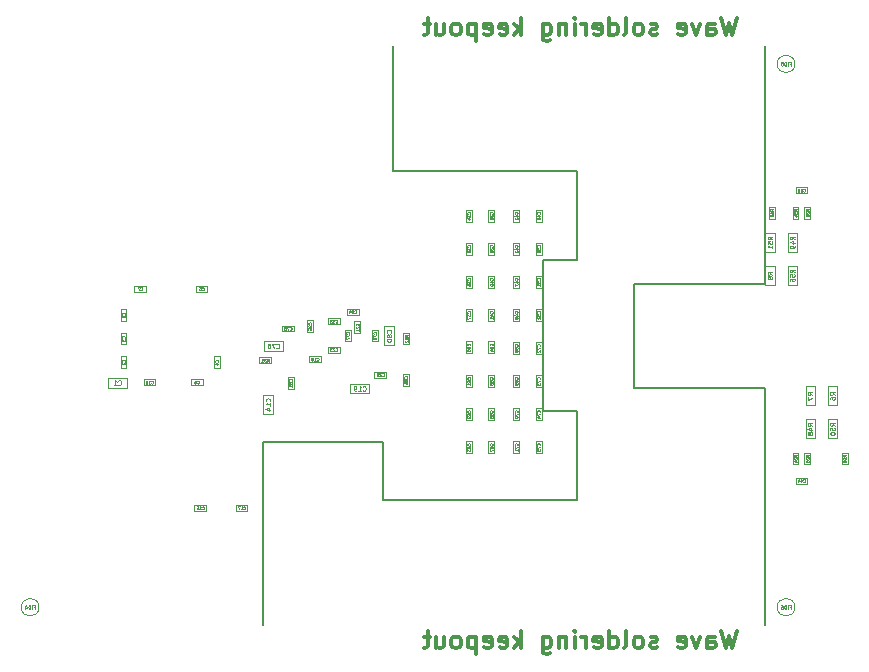
<source format=gbr>
G04 #@! TF.GenerationSoftware,KiCad,Pcbnew,5.1.8*
G04 #@! TF.CreationDate,2020-12-26T16:11:21-08:00*
G04 #@! TF.ProjectId,glasgow,676c6173-676f-4772-9e6b-696361645f70,C2*
G04 #@! TF.SameCoordinates,Original*
G04 #@! TF.FileFunction,Other,Fab,Bot*
%FSLAX46Y46*%
G04 Gerber Fmt 4.6, Leading zero omitted, Abs format (unit mm)*
G04 Created by KiCad (PCBNEW 5.1.8) date 2020-12-26 16:11:21*
%MOMM*%
%LPD*%
G01*
G04 APERTURE LIST*
%ADD10C,0.200000*%
%ADD11C,0.300000*%
%ADD12C,0.100000*%
%ADD13C,0.050000*%
%ADD14C,0.060000*%
%ADD15C,0.040000*%
G04 APERTURE END LIST*
D10*
X109150000Y-99900000D02*
X109150000Y-91100000D01*
X101400000Y-89100000D02*
X101400000Y-101900000D01*
X104300000Y-89100000D02*
X101400000Y-89100000D01*
X101400000Y-101900000D02*
X104300000Y-101900000D01*
D11*
X117814285Y-68578571D02*
X117457142Y-70078571D01*
X117171428Y-69007142D01*
X116885714Y-70078571D01*
X116528571Y-68578571D01*
X115314285Y-70078571D02*
X115314285Y-69292857D01*
X115385714Y-69150000D01*
X115528571Y-69078571D01*
X115814285Y-69078571D01*
X115957142Y-69150000D01*
X115314285Y-70007142D02*
X115457142Y-70078571D01*
X115814285Y-70078571D01*
X115957142Y-70007142D01*
X116028571Y-69864285D01*
X116028571Y-69721428D01*
X115957142Y-69578571D01*
X115814285Y-69507142D01*
X115457142Y-69507142D01*
X115314285Y-69435714D01*
X114742857Y-69078571D02*
X114385714Y-70078571D01*
X114028571Y-69078571D01*
X112885714Y-70007142D02*
X113028571Y-70078571D01*
X113314285Y-70078571D01*
X113457142Y-70007142D01*
X113528571Y-69864285D01*
X113528571Y-69292857D01*
X113457142Y-69150000D01*
X113314285Y-69078571D01*
X113028571Y-69078571D01*
X112885714Y-69150000D01*
X112814285Y-69292857D01*
X112814285Y-69435714D01*
X113528571Y-69578571D01*
X111100000Y-70007142D02*
X110957142Y-70078571D01*
X110671428Y-70078571D01*
X110528571Y-70007142D01*
X110457142Y-69864285D01*
X110457142Y-69792857D01*
X110528571Y-69650000D01*
X110671428Y-69578571D01*
X110885714Y-69578571D01*
X111028571Y-69507142D01*
X111100000Y-69364285D01*
X111100000Y-69292857D01*
X111028571Y-69150000D01*
X110885714Y-69078571D01*
X110671428Y-69078571D01*
X110528571Y-69150000D01*
X109600000Y-70078571D02*
X109742857Y-70007142D01*
X109814285Y-69935714D01*
X109885714Y-69792857D01*
X109885714Y-69364285D01*
X109814285Y-69221428D01*
X109742857Y-69150000D01*
X109600000Y-69078571D01*
X109385714Y-69078571D01*
X109242857Y-69150000D01*
X109171428Y-69221428D01*
X109100000Y-69364285D01*
X109100000Y-69792857D01*
X109171428Y-69935714D01*
X109242857Y-70007142D01*
X109385714Y-70078571D01*
X109600000Y-70078571D01*
X108242857Y-70078571D02*
X108385714Y-70007142D01*
X108457142Y-69864285D01*
X108457142Y-68578571D01*
X107028571Y-70078571D02*
X107028571Y-68578571D01*
X107028571Y-70007142D02*
X107171428Y-70078571D01*
X107457142Y-70078571D01*
X107600000Y-70007142D01*
X107671428Y-69935714D01*
X107742857Y-69792857D01*
X107742857Y-69364285D01*
X107671428Y-69221428D01*
X107600000Y-69150000D01*
X107457142Y-69078571D01*
X107171428Y-69078571D01*
X107028571Y-69150000D01*
X105742857Y-70007142D02*
X105885714Y-70078571D01*
X106171428Y-70078571D01*
X106314285Y-70007142D01*
X106385714Y-69864285D01*
X106385714Y-69292857D01*
X106314285Y-69150000D01*
X106171428Y-69078571D01*
X105885714Y-69078571D01*
X105742857Y-69150000D01*
X105671428Y-69292857D01*
X105671428Y-69435714D01*
X106385714Y-69578571D01*
X105028571Y-70078571D02*
X105028571Y-69078571D01*
X105028571Y-69364285D02*
X104957142Y-69221428D01*
X104885714Y-69150000D01*
X104742857Y-69078571D01*
X104600000Y-69078571D01*
X104100000Y-70078571D02*
X104100000Y-69078571D01*
X104100000Y-68578571D02*
X104171428Y-68650000D01*
X104100000Y-68721428D01*
X104028571Y-68650000D01*
X104100000Y-68578571D01*
X104100000Y-68721428D01*
X103385714Y-69078571D02*
X103385714Y-70078571D01*
X103385714Y-69221428D02*
X103314285Y-69150000D01*
X103171428Y-69078571D01*
X102957142Y-69078571D01*
X102814285Y-69150000D01*
X102742857Y-69292857D01*
X102742857Y-70078571D01*
X101385714Y-69078571D02*
X101385714Y-70292857D01*
X101457142Y-70435714D01*
X101528571Y-70507142D01*
X101671428Y-70578571D01*
X101885714Y-70578571D01*
X102028571Y-70507142D01*
X101385714Y-70007142D02*
X101528571Y-70078571D01*
X101814285Y-70078571D01*
X101957142Y-70007142D01*
X102028571Y-69935714D01*
X102100000Y-69792857D01*
X102100000Y-69364285D01*
X102028571Y-69221428D01*
X101957142Y-69150000D01*
X101814285Y-69078571D01*
X101528571Y-69078571D01*
X101385714Y-69150000D01*
X99528571Y-70078571D02*
X99528571Y-68578571D01*
X99385714Y-69507142D02*
X98957142Y-70078571D01*
X98957142Y-69078571D02*
X99528571Y-69650000D01*
X97742857Y-70007142D02*
X97885714Y-70078571D01*
X98171428Y-70078571D01*
X98314285Y-70007142D01*
X98385714Y-69864285D01*
X98385714Y-69292857D01*
X98314285Y-69150000D01*
X98171428Y-69078571D01*
X97885714Y-69078571D01*
X97742857Y-69150000D01*
X97671428Y-69292857D01*
X97671428Y-69435714D01*
X98385714Y-69578571D01*
X96457142Y-70007142D02*
X96600000Y-70078571D01*
X96885714Y-70078571D01*
X97028571Y-70007142D01*
X97100000Y-69864285D01*
X97100000Y-69292857D01*
X97028571Y-69150000D01*
X96885714Y-69078571D01*
X96600000Y-69078571D01*
X96457142Y-69150000D01*
X96385714Y-69292857D01*
X96385714Y-69435714D01*
X97100000Y-69578571D01*
X95742857Y-69078571D02*
X95742857Y-70578571D01*
X95742857Y-69150000D02*
X95600000Y-69078571D01*
X95314285Y-69078571D01*
X95171428Y-69150000D01*
X95100000Y-69221428D01*
X95028571Y-69364285D01*
X95028571Y-69792857D01*
X95100000Y-69935714D01*
X95171428Y-70007142D01*
X95314285Y-70078571D01*
X95600000Y-70078571D01*
X95742857Y-70007142D01*
X94171428Y-70078571D02*
X94314285Y-70007142D01*
X94385714Y-69935714D01*
X94457142Y-69792857D01*
X94457142Y-69364285D01*
X94385714Y-69221428D01*
X94314285Y-69150000D01*
X94171428Y-69078571D01*
X93957142Y-69078571D01*
X93814285Y-69150000D01*
X93742857Y-69221428D01*
X93671428Y-69364285D01*
X93671428Y-69792857D01*
X93742857Y-69935714D01*
X93814285Y-70007142D01*
X93957142Y-70078571D01*
X94171428Y-70078571D01*
X92385714Y-69078571D02*
X92385714Y-70078571D01*
X93028571Y-69078571D02*
X93028571Y-69864285D01*
X92957142Y-70007142D01*
X92814285Y-70078571D01*
X92600000Y-70078571D01*
X92457142Y-70007142D01*
X92385714Y-69935714D01*
X91885714Y-69078571D02*
X91314285Y-69078571D01*
X91671428Y-68578571D02*
X91671428Y-69864285D01*
X91600000Y-70007142D01*
X91457142Y-70078571D01*
X91314285Y-70078571D01*
D10*
X120200000Y-91100000D02*
X120200000Y-71000000D01*
X88700000Y-81600000D02*
X88700000Y-71000000D01*
X104300000Y-81600000D02*
X88700000Y-81600000D01*
X120200000Y-91100000D02*
X109150000Y-91100000D01*
X104300000Y-89100000D02*
X104300000Y-81600000D01*
X77700000Y-104500000D02*
X77700000Y-120000000D01*
X87900000Y-104500000D02*
X77700000Y-104500000D01*
X87900000Y-109400000D02*
X87900000Y-104500000D01*
D11*
X117814285Y-120478571D02*
X117457142Y-121978571D01*
X117171428Y-120907142D01*
X116885714Y-121978571D01*
X116528571Y-120478571D01*
X115314285Y-121978571D02*
X115314285Y-121192857D01*
X115385714Y-121050000D01*
X115528571Y-120978571D01*
X115814285Y-120978571D01*
X115957142Y-121050000D01*
X115314285Y-121907142D02*
X115457142Y-121978571D01*
X115814285Y-121978571D01*
X115957142Y-121907142D01*
X116028571Y-121764285D01*
X116028571Y-121621428D01*
X115957142Y-121478571D01*
X115814285Y-121407142D01*
X115457142Y-121407142D01*
X115314285Y-121335714D01*
X114742857Y-120978571D02*
X114385714Y-121978571D01*
X114028571Y-120978571D01*
X112885714Y-121907142D02*
X113028571Y-121978571D01*
X113314285Y-121978571D01*
X113457142Y-121907142D01*
X113528571Y-121764285D01*
X113528571Y-121192857D01*
X113457142Y-121050000D01*
X113314285Y-120978571D01*
X113028571Y-120978571D01*
X112885714Y-121050000D01*
X112814285Y-121192857D01*
X112814285Y-121335714D01*
X113528571Y-121478571D01*
X111100000Y-121907142D02*
X110957142Y-121978571D01*
X110671428Y-121978571D01*
X110528571Y-121907142D01*
X110457142Y-121764285D01*
X110457142Y-121692857D01*
X110528571Y-121550000D01*
X110671428Y-121478571D01*
X110885714Y-121478571D01*
X111028571Y-121407142D01*
X111100000Y-121264285D01*
X111100000Y-121192857D01*
X111028571Y-121050000D01*
X110885714Y-120978571D01*
X110671428Y-120978571D01*
X110528571Y-121050000D01*
X109600000Y-121978571D02*
X109742857Y-121907142D01*
X109814285Y-121835714D01*
X109885714Y-121692857D01*
X109885714Y-121264285D01*
X109814285Y-121121428D01*
X109742857Y-121050000D01*
X109600000Y-120978571D01*
X109385714Y-120978571D01*
X109242857Y-121050000D01*
X109171428Y-121121428D01*
X109100000Y-121264285D01*
X109100000Y-121692857D01*
X109171428Y-121835714D01*
X109242857Y-121907142D01*
X109385714Y-121978571D01*
X109600000Y-121978571D01*
X108242857Y-121978571D02*
X108385714Y-121907142D01*
X108457142Y-121764285D01*
X108457142Y-120478571D01*
X107028571Y-121978571D02*
X107028571Y-120478571D01*
X107028571Y-121907142D02*
X107171428Y-121978571D01*
X107457142Y-121978571D01*
X107600000Y-121907142D01*
X107671428Y-121835714D01*
X107742857Y-121692857D01*
X107742857Y-121264285D01*
X107671428Y-121121428D01*
X107600000Y-121050000D01*
X107457142Y-120978571D01*
X107171428Y-120978571D01*
X107028571Y-121050000D01*
X105742857Y-121907142D02*
X105885714Y-121978571D01*
X106171428Y-121978571D01*
X106314285Y-121907142D01*
X106385714Y-121764285D01*
X106385714Y-121192857D01*
X106314285Y-121050000D01*
X106171428Y-120978571D01*
X105885714Y-120978571D01*
X105742857Y-121050000D01*
X105671428Y-121192857D01*
X105671428Y-121335714D01*
X106385714Y-121478571D01*
X105028571Y-121978571D02*
X105028571Y-120978571D01*
X105028571Y-121264285D02*
X104957142Y-121121428D01*
X104885714Y-121050000D01*
X104742857Y-120978571D01*
X104600000Y-120978571D01*
X104100000Y-121978571D02*
X104100000Y-120978571D01*
X104100000Y-120478571D02*
X104171428Y-120550000D01*
X104100000Y-120621428D01*
X104028571Y-120550000D01*
X104100000Y-120478571D01*
X104100000Y-120621428D01*
X103385714Y-120978571D02*
X103385714Y-121978571D01*
X103385714Y-121121428D02*
X103314285Y-121050000D01*
X103171428Y-120978571D01*
X102957142Y-120978571D01*
X102814285Y-121050000D01*
X102742857Y-121192857D01*
X102742857Y-121978571D01*
X101385714Y-120978571D02*
X101385714Y-122192857D01*
X101457142Y-122335714D01*
X101528571Y-122407142D01*
X101671428Y-122478571D01*
X101885714Y-122478571D01*
X102028571Y-122407142D01*
X101385714Y-121907142D02*
X101528571Y-121978571D01*
X101814285Y-121978571D01*
X101957142Y-121907142D01*
X102028571Y-121835714D01*
X102100000Y-121692857D01*
X102100000Y-121264285D01*
X102028571Y-121121428D01*
X101957142Y-121050000D01*
X101814285Y-120978571D01*
X101528571Y-120978571D01*
X101385714Y-121050000D01*
X99528571Y-121978571D02*
X99528571Y-120478571D01*
X99385714Y-121407142D02*
X98957142Y-121978571D01*
X98957142Y-120978571D02*
X99528571Y-121550000D01*
X97742857Y-121907142D02*
X97885714Y-121978571D01*
X98171428Y-121978571D01*
X98314285Y-121907142D01*
X98385714Y-121764285D01*
X98385714Y-121192857D01*
X98314285Y-121050000D01*
X98171428Y-120978571D01*
X97885714Y-120978571D01*
X97742857Y-121050000D01*
X97671428Y-121192857D01*
X97671428Y-121335714D01*
X98385714Y-121478571D01*
X96457142Y-121907142D02*
X96600000Y-121978571D01*
X96885714Y-121978571D01*
X97028571Y-121907142D01*
X97100000Y-121764285D01*
X97100000Y-121192857D01*
X97028571Y-121050000D01*
X96885714Y-120978571D01*
X96600000Y-120978571D01*
X96457142Y-121050000D01*
X96385714Y-121192857D01*
X96385714Y-121335714D01*
X97100000Y-121478571D01*
X95742857Y-120978571D02*
X95742857Y-122478571D01*
X95742857Y-121050000D02*
X95600000Y-120978571D01*
X95314285Y-120978571D01*
X95171428Y-121050000D01*
X95100000Y-121121428D01*
X95028571Y-121264285D01*
X95028571Y-121692857D01*
X95100000Y-121835714D01*
X95171428Y-121907142D01*
X95314285Y-121978571D01*
X95600000Y-121978571D01*
X95742857Y-121907142D01*
X94171428Y-121978571D02*
X94314285Y-121907142D01*
X94385714Y-121835714D01*
X94457142Y-121692857D01*
X94457142Y-121264285D01*
X94385714Y-121121428D01*
X94314285Y-121050000D01*
X94171428Y-120978571D01*
X93957142Y-120978571D01*
X93814285Y-121050000D01*
X93742857Y-121121428D01*
X93671428Y-121264285D01*
X93671428Y-121692857D01*
X93742857Y-121835714D01*
X93814285Y-121907142D01*
X93957142Y-121978571D01*
X94171428Y-121978571D01*
X92385714Y-120978571D02*
X92385714Y-121978571D01*
X93028571Y-120978571D02*
X93028571Y-121764285D01*
X92957142Y-121907142D01*
X92814285Y-121978571D01*
X92600000Y-121978571D01*
X92457142Y-121907142D01*
X92385714Y-121835714D01*
X91885714Y-120978571D02*
X91314285Y-120978571D01*
X91671428Y-120478571D02*
X91671428Y-121764285D01*
X91600000Y-121907142D01*
X91457142Y-121978571D01*
X91314285Y-121978571D01*
D10*
X104300000Y-109400000D02*
X87900000Y-109400000D01*
X104300000Y-101900000D02*
X104300000Y-109400000D01*
X120200000Y-99900000D02*
X109150000Y-99900000D01*
X120200000Y-99900000D02*
X120200000Y-120000000D01*
D12*
X122750000Y-118500000D02*
G75*
G03*
X122750000Y-118500000I-750000J0D01*
G01*
X122750000Y-72500000D02*
G75*
G03*
X122750000Y-72500000I-750000J0D01*
G01*
X58750000Y-118500000D02*
G75*
G03*
X58750000Y-118500000I-750000J0D01*
G01*
X120250000Y-88400000D02*
X121050000Y-88400000D01*
X121050000Y-88400000D02*
X121050000Y-86800000D01*
X121050000Y-86800000D02*
X120250000Y-86800000D01*
X120250000Y-86800000D02*
X120250000Y-88400000D01*
X126350000Y-102600000D02*
X125550000Y-102600000D01*
X125550000Y-102600000D02*
X125550000Y-104200000D01*
X125550000Y-104200000D02*
X126350000Y-104200000D01*
X126350000Y-104200000D02*
X126350000Y-102600000D01*
X120250000Y-91200000D02*
X121050000Y-91200000D01*
X121050000Y-91200000D02*
X121050000Y-89600000D01*
X121050000Y-89600000D02*
X120250000Y-89600000D01*
X120250000Y-89600000D02*
X120250000Y-91200000D01*
X126350000Y-99800000D02*
X125550000Y-99800000D01*
X125550000Y-99800000D02*
X125550000Y-101400000D01*
X125550000Y-101400000D02*
X126350000Y-101400000D01*
X126350000Y-101400000D02*
X126350000Y-99800000D01*
X124450000Y-104200000D02*
X124450000Y-102600000D01*
X123650000Y-104200000D02*
X124450000Y-104200000D01*
X123650000Y-102600000D02*
X123650000Y-104200000D01*
X124450000Y-102600000D02*
X123650000Y-102600000D01*
X122150000Y-86800000D02*
X122150000Y-88400000D01*
X122950000Y-86800000D02*
X122150000Y-86800000D01*
X122950000Y-88400000D02*
X122950000Y-86800000D01*
X122150000Y-88400000D02*
X122950000Y-88400000D01*
X124450000Y-101400000D02*
X124450000Y-99800000D01*
X123650000Y-101400000D02*
X124450000Y-101400000D01*
X123650000Y-99800000D02*
X123650000Y-101400000D01*
X124450000Y-99800000D02*
X123650000Y-99800000D01*
X122150000Y-89600000D02*
X122150000Y-91200000D01*
X122950000Y-89600000D02*
X122150000Y-89600000D01*
X122950000Y-91200000D02*
X122950000Y-89600000D01*
X122150000Y-91200000D02*
X122950000Y-91200000D01*
X121050000Y-85600000D02*
X121050000Y-84600000D01*
X120550000Y-85600000D02*
X121050000Y-85600000D01*
X120550000Y-84600000D02*
X120550000Y-85600000D01*
X121050000Y-84600000D02*
X120550000Y-84600000D01*
X126750000Y-105400000D02*
X126750000Y-106400000D01*
X127250000Y-105400000D02*
X126750000Y-105400000D01*
X127250000Y-106400000D02*
X127250000Y-105400000D01*
X126750000Y-106400000D02*
X127250000Y-106400000D01*
X88000000Y-94700000D02*
X88000000Y-96300000D01*
X88800000Y-94700000D02*
X88000000Y-94700000D01*
X88800000Y-96300000D02*
X88800000Y-94700000D01*
X88000000Y-96300000D02*
X88800000Y-96300000D01*
X77800000Y-96800000D02*
X79400000Y-96800000D01*
X77800000Y-96000000D02*
X77800000Y-96800000D01*
X79400000Y-96000000D02*
X77800000Y-96000000D01*
X79400000Y-96800000D02*
X79400000Y-96000000D01*
X86700000Y-99600000D02*
X85100000Y-99600000D01*
X86700000Y-100400000D02*
X86700000Y-99600000D01*
X85100000Y-100400000D02*
X86700000Y-100400000D01*
X85100000Y-99600000D02*
X85100000Y-100400000D01*
X78550000Y-102125000D02*
X78550000Y-100525000D01*
X77750000Y-102125000D02*
X78550000Y-102125000D01*
X77750000Y-100525000D02*
X77750000Y-102125000D01*
X78550000Y-100525000D02*
X77750000Y-100525000D01*
X66200000Y-99100000D02*
X64600000Y-99100000D01*
X66200000Y-99900000D02*
X66200000Y-99100000D01*
X64600000Y-99900000D02*
X66200000Y-99900000D01*
X64600000Y-99100000D02*
X64600000Y-99900000D01*
X122550000Y-84600000D02*
X122550000Y-85600000D01*
X123050000Y-84600000D02*
X122550000Y-84600000D01*
X123050000Y-85600000D02*
X123050000Y-84600000D01*
X122550000Y-85600000D02*
X123050000Y-85600000D01*
X123550000Y-84600000D02*
X123550000Y-85600000D01*
X124050000Y-84600000D02*
X123550000Y-84600000D01*
X124050000Y-85600000D02*
X124050000Y-84600000D01*
X123550000Y-85600000D02*
X124050000Y-85600000D01*
X124050000Y-106400000D02*
X124050000Y-105400000D01*
X123550000Y-106400000D02*
X124050000Y-106400000D01*
X123550000Y-105400000D02*
X123550000Y-106400000D01*
X124050000Y-105400000D02*
X123550000Y-105400000D01*
X123050000Y-106400000D02*
X123050000Y-105400000D01*
X122550000Y-106400000D02*
X123050000Y-106400000D01*
X122550000Y-105400000D02*
X122550000Y-106400000D01*
X123050000Y-105400000D02*
X122550000Y-105400000D01*
X123800000Y-82950000D02*
X122800000Y-82950000D01*
X123800000Y-83450000D02*
X123800000Y-82950000D01*
X122800000Y-83450000D02*
X123800000Y-83450000D01*
X122800000Y-82950000D02*
X122800000Y-83450000D01*
X122800000Y-108050000D02*
X123800000Y-108050000D01*
X122800000Y-107550000D02*
X122800000Y-108050000D01*
X123800000Y-107550000D02*
X122800000Y-107550000D01*
X123800000Y-108050000D02*
X123800000Y-107550000D01*
X90050000Y-99750000D02*
X90050000Y-98750000D01*
X89550000Y-99750000D02*
X90050000Y-99750000D01*
X89550000Y-98750000D02*
X89550000Y-99750000D01*
X90050000Y-98750000D02*
X89550000Y-98750000D01*
X97300000Y-94250000D02*
X97300000Y-93250000D01*
X96800000Y-94250000D02*
X97300000Y-94250000D01*
X96800000Y-93250000D02*
X96800000Y-94250000D01*
X97300000Y-93250000D02*
X96800000Y-93250000D01*
X99400000Y-91450000D02*
X99400000Y-90450000D01*
X98900000Y-91450000D02*
X99400000Y-91450000D01*
X98900000Y-90450000D02*
X98900000Y-91450000D01*
X99400000Y-90450000D02*
X98900000Y-90450000D01*
X99400000Y-88650000D02*
X99400000Y-87650000D01*
X98900000Y-88650000D02*
X99400000Y-88650000D01*
X98900000Y-87650000D02*
X98900000Y-88650000D01*
X99400000Y-87650000D02*
X98900000Y-87650000D01*
X99400000Y-85850000D02*
X99400000Y-84850000D01*
X98900000Y-85850000D02*
X99400000Y-85850000D01*
X98900000Y-84850000D02*
X98900000Y-85850000D01*
X99400000Y-84850000D02*
X98900000Y-84850000D01*
X97300000Y-88650000D02*
X97300000Y-87650000D01*
X96800000Y-88650000D02*
X97300000Y-88650000D01*
X96800000Y-87650000D02*
X96800000Y-88650000D01*
X97300000Y-87650000D02*
X96800000Y-87650000D01*
X95400000Y-91450000D02*
X95400000Y-90450000D01*
X94900000Y-91450000D02*
X95400000Y-91450000D01*
X94900000Y-90450000D02*
X94900000Y-91450000D01*
X95400000Y-90450000D02*
X94900000Y-90450000D01*
X95400000Y-94250000D02*
X95400000Y-93250000D01*
X94900000Y-94250000D02*
X95400000Y-94250000D01*
X94900000Y-93250000D02*
X94900000Y-94250000D01*
X95400000Y-93250000D02*
X94900000Y-93250000D01*
X95400000Y-88650000D02*
X95400000Y-87650000D01*
X94900000Y-88650000D02*
X95400000Y-88650000D01*
X94900000Y-87650000D02*
X94900000Y-88650000D01*
X95400000Y-87650000D02*
X94900000Y-87650000D01*
X95400000Y-85850000D02*
X95400000Y-84850000D01*
X94900000Y-85850000D02*
X95400000Y-85850000D01*
X94900000Y-84850000D02*
X94900000Y-85850000D01*
X95400000Y-84850000D02*
X94900000Y-84850000D01*
X97300000Y-85850000D02*
X97300000Y-84850000D01*
X96800000Y-85850000D02*
X97300000Y-85850000D01*
X96800000Y-84850000D02*
X96800000Y-85850000D01*
X97300000Y-84850000D02*
X96800000Y-84850000D01*
X97300000Y-105450000D02*
X97300000Y-104450000D01*
X96800000Y-105450000D02*
X97300000Y-105450000D01*
X96800000Y-104450000D02*
X96800000Y-105450000D01*
X97300000Y-104450000D02*
X96800000Y-104450000D01*
X95400000Y-105450000D02*
X95400000Y-104450000D01*
X94900000Y-105450000D02*
X95400000Y-105450000D01*
X94900000Y-104450000D02*
X94900000Y-105450000D01*
X95400000Y-104450000D02*
X94900000Y-104450000D01*
X97300000Y-102650000D02*
X97300000Y-101650000D01*
X96800000Y-102650000D02*
X97300000Y-102650000D01*
X96800000Y-101650000D02*
X96800000Y-102650000D01*
X97300000Y-101650000D02*
X96800000Y-101650000D01*
X95400000Y-102650000D02*
X95400000Y-101650000D01*
X94900000Y-102650000D02*
X95400000Y-102650000D01*
X94900000Y-101650000D02*
X94900000Y-102650000D01*
X95400000Y-101650000D02*
X94900000Y-101650000D01*
X95400000Y-99850000D02*
X95400000Y-98850000D01*
X94900000Y-99850000D02*
X95400000Y-99850000D01*
X94900000Y-98850000D02*
X94900000Y-99850000D01*
X95400000Y-98850000D02*
X94900000Y-98850000D01*
X97300000Y-99850000D02*
X97300000Y-98850000D01*
X96800000Y-99850000D02*
X97300000Y-99850000D01*
X96800000Y-98850000D02*
X96800000Y-99850000D01*
X97300000Y-98850000D02*
X96800000Y-98850000D01*
X79800000Y-99000000D02*
X79800000Y-100000000D01*
X80300000Y-99000000D02*
X79800000Y-99000000D01*
X80300000Y-100000000D02*
X80300000Y-99000000D01*
X79800000Y-100000000D02*
X80300000Y-100000000D01*
X79315000Y-95150000D02*
X80315000Y-95150000D01*
X79315000Y-94650000D02*
X79315000Y-95150000D01*
X80315000Y-94650000D02*
X79315000Y-94650000D01*
X80315000Y-95150000D02*
X80315000Y-94650000D01*
X77400000Y-97850000D02*
X78400000Y-97850000D01*
X77400000Y-97350000D02*
X77400000Y-97850000D01*
X78400000Y-97350000D02*
X77400000Y-97350000D01*
X78400000Y-97850000D02*
X78400000Y-97350000D01*
X89600000Y-95250000D02*
X89600000Y-96250000D01*
X90100000Y-95250000D02*
X89600000Y-95250000D01*
X90100000Y-96250000D02*
X90100000Y-95250000D01*
X89600000Y-96250000D02*
X90100000Y-96250000D01*
X71600000Y-99700000D02*
X72600000Y-99700000D01*
X71600000Y-99200000D02*
X71600000Y-99700000D01*
X72600000Y-99200000D02*
X71600000Y-99200000D01*
X72600000Y-99700000D02*
X72600000Y-99200000D01*
X83200000Y-94550000D02*
X84200000Y-94550000D01*
X83200000Y-94050000D02*
X83200000Y-94550000D01*
X84200000Y-94050000D02*
X83200000Y-94050000D01*
X84200000Y-94550000D02*
X84200000Y-94050000D01*
X82600000Y-97250000D02*
X81600000Y-97250000D01*
X82600000Y-97750000D02*
X82600000Y-97250000D01*
X81600000Y-97750000D02*
X82600000Y-97750000D01*
X81600000Y-97250000D02*
X81600000Y-97750000D01*
X66150000Y-98250000D02*
X66150000Y-97250000D01*
X65650000Y-98250000D02*
X66150000Y-98250000D01*
X65650000Y-97250000D02*
X65650000Y-98250000D01*
X66150000Y-97250000D02*
X65650000Y-97250000D01*
X66150000Y-96250000D02*
X66150000Y-95250000D01*
X65650000Y-96250000D02*
X66150000Y-96250000D01*
X65650000Y-95250000D02*
X65650000Y-96250000D01*
X66150000Y-95250000D02*
X65650000Y-95250000D01*
X74050000Y-98265000D02*
X74050000Y-97265000D01*
X73550000Y-98265000D02*
X74050000Y-98265000D01*
X73550000Y-97265000D02*
X73550000Y-98265000D01*
X74050000Y-97265000D02*
X73550000Y-97265000D01*
X72000000Y-91800000D02*
X73000000Y-91800000D01*
X72000000Y-91300000D02*
X72000000Y-91800000D01*
X73000000Y-91300000D02*
X72000000Y-91300000D01*
X73000000Y-91800000D02*
X73000000Y-91300000D01*
X67800000Y-91300000D02*
X66800000Y-91300000D01*
X67800000Y-91800000D02*
X67800000Y-91300000D01*
X66800000Y-91800000D02*
X67800000Y-91800000D01*
X66800000Y-91300000D02*
X66800000Y-91800000D01*
X66150000Y-94265000D02*
X66150000Y-93265000D01*
X65650000Y-94265000D02*
X66150000Y-94265000D01*
X65650000Y-93265000D02*
X65650000Y-94265000D01*
X66150000Y-93265000D02*
X65650000Y-93265000D01*
X68600000Y-99200000D02*
X67600000Y-99200000D01*
X68600000Y-99700000D02*
X68600000Y-99200000D01*
X67600000Y-99700000D02*
X68600000Y-99700000D01*
X67600000Y-99200000D02*
X67600000Y-99700000D01*
X86950000Y-95000000D02*
X86950000Y-96000000D01*
X87450000Y-95000000D02*
X86950000Y-95000000D01*
X87450000Y-96000000D02*
X87450000Y-95000000D01*
X86950000Y-96000000D02*
X87450000Y-96000000D01*
X76400000Y-109850000D02*
X75400000Y-109850000D01*
X76400000Y-110350000D02*
X76400000Y-109850000D01*
X75400000Y-110350000D02*
X76400000Y-110350000D01*
X75400000Y-109850000D02*
X75400000Y-110350000D01*
X72900000Y-109850000D02*
X71900000Y-109850000D01*
X72900000Y-110350000D02*
X72900000Y-109850000D01*
X71900000Y-110350000D02*
X72900000Y-110350000D01*
X71900000Y-109850000D02*
X71900000Y-110350000D01*
X101300000Y-105450000D02*
X101300000Y-104450000D01*
X100800000Y-105450000D02*
X101300000Y-105450000D01*
X100800000Y-104450000D02*
X100800000Y-105450000D01*
X101300000Y-104450000D02*
X100800000Y-104450000D01*
X101300000Y-102650000D02*
X101300000Y-101650000D01*
X100800000Y-102650000D02*
X101300000Y-102650000D01*
X100800000Y-101650000D02*
X100800000Y-102650000D01*
X101300000Y-101650000D02*
X100800000Y-101650000D01*
X88150000Y-98550000D02*
X87150000Y-98550000D01*
X88150000Y-99050000D02*
X88150000Y-98550000D01*
X87150000Y-99050000D02*
X88150000Y-99050000D01*
X87150000Y-98550000D02*
X87150000Y-99050000D01*
X85450000Y-94300000D02*
X85450000Y-95300000D01*
X85950000Y-94300000D02*
X85450000Y-94300000D01*
X85950000Y-95300000D02*
X85950000Y-94300000D01*
X85450000Y-95300000D02*
X85950000Y-95300000D01*
X85800000Y-93250000D02*
X84800000Y-93250000D01*
X85800000Y-93750000D02*
X85800000Y-93250000D01*
X84800000Y-93750000D02*
X85800000Y-93750000D01*
X84800000Y-93250000D02*
X84800000Y-93750000D01*
X101300000Y-99850000D02*
X101300000Y-98850000D01*
X100800000Y-99850000D02*
X101300000Y-99850000D01*
X100800000Y-98850000D02*
X100800000Y-99850000D01*
X101300000Y-98850000D02*
X100800000Y-98850000D01*
X101300000Y-97050000D02*
X101300000Y-96050000D01*
X100800000Y-97050000D02*
X101300000Y-97050000D01*
X100800000Y-96050000D02*
X100800000Y-97050000D01*
X101300000Y-96050000D02*
X100800000Y-96050000D01*
X99400000Y-105450000D02*
X99400000Y-104450000D01*
X98900000Y-105450000D02*
X99400000Y-105450000D01*
X98900000Y-104450000D02*
X98900000Y-105450000D01*
X99400000Y-104450000D02*
X98900000Y-104450000D01*
X99400000Y-102650000D02*
X99400000Y-101650000D01*
X98900000Y-102650000D02*
X99400000Y-102650000D01*
X98900000Y-101650000D02*
X98900000Y-102650000D01*
X99400000Y-101650000D02*
X98900000Y-101650000D01*
X99400000Y-99850000D02*
X99400000Y-98850000D01*
X98900000Y-99850000D02*
X99400000Y-99850000D01*
X98900000Y-98850000D02*
X98900000Y-99850000D01*
X99400000Y-98850000D02*
X98900000Y-98850000D01*
X99400000Y-97050000D02*
X99400000Y-96050000D01*
X98900000Y-97050000D02*
X99400000Y-97050000D01*
X98900000Y-96050000D02*
X98900000Y-97050000D01*
X99400000Y-96050000D02*
X98900000Y-96050000D01*
X97300000Y-91450000D02*
X97300000Y-90450000D01*
X96800000Y-91450000D02*
X97300000Y-91450000D01*
X96800000Y-90450000D02*
X96800000Y-91450000D01*
X97300000Y-90450000D02*
X96800000Y-90450000D01*
X97300000Y-97000000D02*
X97300000Y-96000000D01*
X96800000Y-97000000D02*
X97300000Y-97000000D01*
X96800000Y-96000000D02*
X96800000Y-97000000D01*
X97300000Y-96000000D02*
X96800000Y-96000000D01*
X95400000Y-97000000D02*
X95400000Y-96000000D01*
X94900000Y-97000000D02*
X95400000Y-97000000D01*
X94900000Y-96000000D02*
X94900000Y-97000000D01*
X95400000Y-96000000D02*
X94900000Y-96000000D01*
X101300000Y-94250000D02*
X101300000Y-93250000D01*
X100800000Y-94250000D02*
X101300000Y-94250000D01*
X100800000Y-93250000D02*
X100800000Y-94250000D01*
X101300000Y-93250000D02*
X100800000Y-93250000D01*
X101300000Y-91450000D02*
X101300000Y-90450000D01*
X100800000Y-91450000D02*
X101300000Y-91450000D01*
X100800000Y-90450000D02*
X100800000Y-91450000D01*
X101300000Y-90450000D02*
X100800000Y-90450000D01*
X101300000Y-88650000D02*
X101300000Y-87650000D01*
X100800000Y-88650000D02*
X101300000Y-88650000D01*
X100800000Y-87650000D02*
X100800000Y-88650000D01*
X101300000Y-87650000D02*
X100800000Y-87650000D01*
X101300000Y-85850000D02*
X101300000Y-84850000D01*
X100800000Y-85850000D02*
X101300000Y-85850000D01*
X100800000Y-84850000D02*
X100800000Y-85850000D01*
X101300000Y-84850000D02*
X100800000Y-84850000D01*
X99400000Y-94250000D02*
X99400000Y-93250000D01*
X98900000Y-94250000D02*
X99400000Y-94250000D01*
X98900000Y-93250000D02*
X98900000Y-94250000D01*
X99400000Y-93250000D02*
X98900000Y-93250000D01*
X83200000Y-96950000D02*
X84200000Y-96950000D01*
X83200000Y-96450000D02*
X83200000Y-96950000D01*
X84200000Y-96450000D02*
X83200000Y-96450000D01*
X84200000Y-96950000D02*
X84200000Y-96450000D01*
X84650000Y-95000000D02*
X84650000Y-96000000D01*
X85150000Y-95000000D02*
X84650000Y-95000000D01*
X85150000Y-96000000D02*
X85150000Y-95000000D01*
X84650000Y-96000000D02*
X85150000Y-96000000D01*
X81950000Y-95200000D02*
X81950000Y-94200000D01*
X81450000Y-95200000D02*
X81950000Y-95200000D01*
X81450000Y-94200000D02*
X81450000Y-95200000D01*
X81950000Y-94200000D02*
X81450000Y-94200000D01*
D13*
X122321428Y-118478571D02*
X122421428Y-118478571D01*
X122421428Y-118635714D02*
X122421428Y-118335714D01*
X122278571Y-118335714D01*
X122164285Y-118635714D02*
X122164285Y-118335714D01*
X122021428Y-118635714D02*
X122021428Y-118335714D01*
X121950000Y-118335714D01*
X121907142Y-118350000D01*
X121878571Y-118378571D01*
X121864285Y-118407142D01*
X121850000Y-118464285D01*
X121850000Y-118507142D01*
X121864285Y-118564285D01*
X121878571Y-118592857D01*
X121907142Y-118621428D01*
X121950000Y-118635714D01*
X122021428Y-118635714D01*
X121592857Y-118335714D02*
X121650000Y-118335714D01*
X121678571Y-118350000D01*
X121692857Y-118364285D01*
X121721428Y-118407142D01*
X121735714Y-118464285D01*
X121735714Y-118578571D01*
X121721428Y-118607142D01*
X121707142Y-118621428D01*
X121678571Y-118635714D01*
X121621428Y-118635714D01*
X121592857Y-118621428D01*
X121578571Y-118607142D01*
X121564285Y-118578571D01*
X121564285Y-118507142D01*
X121578571Y-118478571D01*
X121592857Y-118464285D01*
X121621428Y-118450000D01*
X121678571Y-118450000D01*
X121707142Y-118464285D01*
X121721428Y-118478571D01*
X121735714Y-118507142D01*
X122321428Y-72478571D02*
X122421428Y-72478571D01*
X122421428Y-72635714D02*
X122421428Y-72335714D01*
X122278571Y-72335714D01*
X122164285Y-72635714D02*
X122164285Y-72335714D01*
X122021428Y-72635714D02*
X122021428Y-72335714D01*
X121950000Y-72335714D01*
X121907142Y-72350000D01*
X121878571Y-72378571D01*
X121864285Y-72407142D01*
X121850000Y-72464285D01*
X121850000Y-72507142D01*
X121864285Y-72564285D01*
X121878571Y-72592857D01*
X121907142Y-72621428D01*
X121950000Y-72635714D01*
X122021428Y-72635714D01*
X121578571Y-72335714D02*
X121721428Y-72335714D01*
X121735714Y-72478571D01*
X121721428Y-72464285D01*
X121692857Y-72450000D01*
X121621428Y-72450000D01*
X121592857Y-72464285D01*
X121578571Y-72478571D01*
X121564285Y-72507142D01*
X121564285Y-72578571D01*
X121578571Y-72607142D01*
X121592857Y-72621428D01*
X121621428Y-72635714D01*
X121692857Y-72635714D01*
X121721428Y-72621428D01*
X121735714Y-72607142D01*
X58321428Y-118478571D02*
X58421428Y-118478571D01*
X58421428Y-118635714D02*
X58421428Y-118335714D01*
X58278571Y-118335714D01*
X58164285Y-118635714D02*
X58164285Y-118335714D01*
X58021428Y-118635714D02*
X58021428Y-118335714D01*
X57950000Y-118335714D01*
X57907142Y-118350000D01*
X57878571Y-118378571D01*
X57864285Y-118407142D01*
X57850000Y-118464285D01*
X57850000Y-118507142D01*
X57864285Y-118564285D01*
X57878571Y-118592857D01*
X57907142Y-118621428D01*
X57950000Y-118635714D01*
X58021428Y-118635714D01*
X57592857Y-118435714D02*
X57592857Y-118635714D01*
X57664285Y-118321428D02*
X57735714Y-118535714D01*
X57550000Y-118535714D01*
D14*
X120830952Y-87342857D02*
X120640476Y-87209523D01*
X120830952Y-87114285D02*
X120430952Y-87114285D01*
X120430952Y-87266666D01*
X120450000Y-87304761D01*
X120469047Y-87323809D01*
X120507142Y-87342857D01*
X120564285Y-87342857D01*
X120602380Y-87323809D01*
X120621428Y-87304761D01*
X120640476Y-87266666D01*
X120640476Y-87114285D01*
X120430952Y-87704761D02*
X120430952Y-87514285D01*
X120621428Y-87495238D01*
X120602380Y-87514285D01*
X120583333Y-87552380D01*
X120583333Y-87647619D01*
X120602380Y-87685714D01*
X120621428Y-87704761D01*
X120659523Y-87723809D01*
X120754761Y-87723809D01*
X120792857Y-87704761D01*
X120811904Y-87685714D01*
X120830952Y-87647619D01*
X120830952Y-87552380D01*
X120811904Y-87514285D01*
X120792857Y-87495238D01*
X120830952Y-88104761D02*
X120830952Y-87876190D01*
X120830952Y-87990476D02*
X120430952Y-87990476D01*
X120488095Y-87952380D01*
X120526190Y-87914285D01*
X120545238Y-87876190D01*
X126130952Y-103142857D02*
X125940476Y-103009523D01*
X126130952Y-102914285D02*
X125730952Y-102914285D01*
X125730952Y-103066666D01*
X125750000Y-103104761D01*
X125769047Y-103123809D01*
X125807142Y-103142857D01*
X125864285Y-103142857D01*
X125902380Y-103123809D01*
X125921428Y-103104761D01*
X125940476Y-103066666D01*
X125940476Y-102914285D01*
X125730952Y-103504761D02*
X125730952Y-103314285D01*
X125921428Y-103295238D01*
X125902380Y-103314285D01*
X125883333Y-103352380D01*
X125883333Y-103447619D01*
X125902380Y-103485714D01*
X125921428Y-103504761D01*
X125959523Y-103523809D01*
X126054761Y-103523809D01*
X126092857Y-103504761D01*
X126111904Y-103485714D01*
X126130952Y-103447619D01*
X126130952Y-103352380D01*
X126111904Y-103314285D01*
X126092857Y-103295238D01*
X125730952Y-103771428D02*
X125730952Y-103809523D01*
X125750000Y-103847619D01*
X125769047Y-103866666D01*
X125807142Y-103885714D01*
X125883333Y-103904761D01*
X125978571Y-103904761D01*
X126054761Y-103885714D01*
X126092857Y-103866666D01*
X126111904Y-103847619D01*
X126130952Y-103809523D01*
X126130952Y-103771428D01*
X126111904Y-103733333D01*
X126092857Y-103714285D01*
X126054761Y-103695238D01*
X125978571Y-103676190D01*
X125883333Y-103676190D01*
X125807142Y-103695238D01*
X125769047Y-103714285D01*
X125750000Y-103733333D01*
X125730952Y-103771428D01*
X120830952Y-90333333D02*
X120640476Y-90200000D01*
X120830952Y-90104761D02*
X120430952Y-90104761D01*
X120430952Y-90257142D01*
X120450000Y-90295238D01*
X120469047Y-90314285D01*
X120507142Y-90333333D01*
X120564285Y-90333333D01*
X120602380Y-90314285D01*
X120621428Y-90295238D01*
X120640476Y-90257142D01*
X120640476Y-90104761D01*
X120602380Y-90561904D02*
X120583333Y-90523809D01*
X120564285Y-90504761D01*
X120526190Y-90485714D01*
X120507142Y-90485714D01*
X120469047Y-90504761D01*
X120450000Y-90523809D01*
X120430952Y-90561904D01*
X120430952Y-90638095D01*
X120450000Y-90676190D01*
X120469047Y-90695238D01*
X120507142Y-90714285D01*
X120526190Y-90714285D01*
X120564285Y-90695238D01*
X120583333Y-90676190D01*
X120602380Y-90638095D01*
X120602380Y-90561904D01*
X120621428Y-90523809D01*
X120640476Y-90504761D01*
X120678571Y-90485714D01*
X120754761Y-90485714D01*
X120792857Y-90504761D01*
X120811904Y-90523809D01*
X120830952Y-90561904D01*
X120830952Y-90638095D01*
X120811904Y-90676190D01*
X120792857Y-90695238D01*
X120754761Y-90714285D01*
X120678571Y-90714285D01*
X120640476Y-90695238D01*
X120621428Y-90676190D01*
X120602380Y-90638095D01*
X126130952Y-100533333D02*
X125940476Y-100400000D01*
X126130952Y-100304761D02*
X125730952Y-100304761D01*
X125730952Y-100457142D01*
X125750000Y-100495238D01*
X125769047Y-100514285D01*
X125807142Y-100533333D01*
X125864285Y-100533333D01*
X125902380Y-100514285D01*
X125921428Y-100495238D01*
X125940476Y-100457142D01*
X125940476Y-100304761D01*
X125730952Y-100876190D02*
X125730952Y-100800000D01*
X125750000Y-100761904D01*
X125769047Y-100742857D01*
X125826190Y-100704761D01*
X125902380Y-100685714D01*
X126054761Y-100685714D01*
X126092857Y-100704761D01*
X126111904Y-100723809D01*
X126130952Y-100761904D01*
X126130952Y-100838095D01*
X126111904Y-100876190D01*
X126092857Y-100895238D01*
X126054761Y-100914285D01*
X125959523Y-100914285D01*
X125921428Y-100895238D01*
X125902380Y-100876190D01*
X125883333Y-100838095D01*
X125883333Y-100761904D01*
X125902380Y-100723809D01*
X125921428Y-100704761D01*
X125959523Y-100685714D01*
X124230952Y-103142857D02*
X124040476Y-103009523D01*
X124230952Y-102914285D02*
X123830952Y-102914285D01*
X123830952Y-103066666D01*
X123850000Y-103104761D01*
X123869047Y-103123809D01*
X123907142Y-103142857D01*
X123964285Y-103142857D01*
X124002380Y-103123809D01*
X124021428Y-103104761D01*
X124040476Y-103066666D01*
X124040476Y-102914285D01*
X123964285Y-103485714D02*
X124230952Y-103485714D01*
X123811904Y-103390476D02*
X124097619Y-103295238D01*
X124097619Y-103542857D01*
X124002380Y-103752380D02*
X123983333Y-103714285D01*
X123964285Y-103695238D01*
X123926190Y-103676190D01*
X123907142Y-103676190D01*
X123869047Y-103695238D01*
X123850000Y-103714285D01*
X123830952Y-103752380D01*
X123830952Y-103828571D01*
X123850000Y-103866666D01*
X123869047Y-103885714D01*
X123907142Y-103904761D01*
X123926190Y-103904761D01*
X123964285Y-103885714D01*
X123983333Y-103866666D01*
X124002380Y-103828571D01*
X124002380Y-103752380D01*
X124021428Y-103714285D01*
X124040476Y-103695238D01*
X124078571Y-103676190D01*
X124154761Y-103676190D01*
X124192857Y-103695238D01*
X124211904Y-103714285D01*
X124230952Y-103752380D01*
X124230952Y-103828571D01*
X124211904Y-103866666D01*
X124192857Y-103885714D01*
X124154761Y-103904761D01*
X124078571Y-103904761D01*
X124040476Y-103885714D01*
X124021428Y-103866666D01*
X124002380Y-103828571D01*
X122730952Y-87342857D02*
X122540476Y-87209523D01*
X122730952Y-87114285D02*
X122330952Y-87114285D01*
X122330952Y-87266666D01*
X122350000Y-87304761D01*
X122369047Y-87323809D01*
X122407142Y-87342857D01*
X122464285Y-87342857D01*
X122502380Y-87323809D01*
X122521428Y-87304761D01*
X122540476Y-87266666D01*
X122540476Y-87114285D01*
X122464285Y-87685714D02*
X122730952Y-87685714D01*
X122311904Y-87590476D02*
X122597619Y-87495238D01*
X122597619Y-87742857D01*
X122730952Y-87914285D02*
X122730952Y-87990476D01*
X122711904Y-88028571D01*
X122692857Y-88047619D01*
X122635714Y-88085714D01*
X122559523Y-88104761D01*
X122407142Y-88104761D01*
X122369047Y-88085714D01*
X122350000Y-88066666D01*
X122330952Y-88028571D01*
X122330952Y-87952380D01*
X122350000Y-87914285D01*
X122369047Y-87895238D01*
X122407142Y-87876190D01*
X122502380Y-87876190D01*
X122540476Y-87895238D01*
X122559523Y-87914285D01*
X122578571Y-87952380D01*
X122578571Y-88028571D01*
X122559523Y-88066666D01*
X122540476Y-88085714D01*
X122502380Y-88104761D01*
X124230952Y-100533333D02*
X124040476Y-100400000D01*
X124230952Y-100304761D02*
X123830952Y-100304761D01*
X123830952Y-100457142D01*
X123850000Y-100495238D01*
X123869047Y-100514285D01*
X123907142Y-100533333D01*
X123964285Y-100533333D01*
X124002380Y-100514285D01*
X124021428Y-100495238D01*
X124040476Y-100457142D01*
X124040476Y-100304761D01*
X123830952Y-100666666D02*
X123830952Y-100933333D01*
X124230952Y-100761904D01*
X122730952Y-90142857D02*
X122540476Y-90009523D01*
X122730952Y-89914285D02*
X122330952Y-89914285D01*
X122330952Y-90066666D01*
X122350000Y-90104761D01*
X122369047Y-90123809D01*
X122407142Y-90142857D01*
X122464285Y-90142857D01*
X122502380Y-90123809D01*
X122521428Y-90104761D01*
X122540476Y-90066666D01*
X122540476Y-89914285D01*
X122330952Y-90504761D02*
X122330952Y-90314285D01*
X122521428Y-90295238D01*
X122502380Y-90314285D01*
X122483333Y-90352380D01*
X122483333Y-90447619D01*
X122502380Y-90485714D01*
X122521428Y-90504761D01*
X122559523Y-90523809D01*
X122654761Y-90523809D01*
X122692857Y-90504761D01*
X122711904Y-90485714D01*
X122730952Y-90447619D01*
X122730952Y-90352380D01*
X122711904Y-90314285D01*
X122692857Y-90295238D01*
X122330952Y-90866666D02*
X122330952Y-90790476D01*
X122350000Y-90752380D01*
X122369047Y-90733333D01*
X122426190Y-90695238D01*
X122502380Y-90676190D01*
X122654761Y-90676190D01*
X122692857Y-90695238D01*
X122711904Y-90714285D01*
X122730952Y-90752380D01*
X122730952Y-90828571D01*
X122711904Y-90866666D01*
X122692857Y-90885714D01*
X122654761Y-90904761D01*
X122559523Y-90904761D01*
X122521428Y-90885714D01*
X122502380Y-90866666D01*
X122483333Y-90828571D01*
X122483333Y-90752380D01*
X122502380Y-90714285D01*
X122521428Y-90695238D01*
X122559523Y-90676190D01*
D15*
X120913095Y-84939285D02*
X120794047Y-84855952D01*
X120913095Y-84796428D02*
X120663095Y-84796428D01*
X120663095Y-84891666D01*
X120675000Y-84915476D01*
X120686904Y-84927380D01*
X120710714Y-84939285D01*
X120746428Y-84939285D01*
X120770238Y-84927380D01*
X120782142Y-84915476D01*
X120794047Y-84891666D01*
X120794047Y-84796428D01*
X120663095Y-85153571D02*
X120663095Y-85105952D01*
X120675000Y-85082142D01*
X120686904Y-85070238D01*
X120722619Y-85046428D01*
X120770238Y-85034523D01*
X120865476Y-85034523D01*
X120889285Y-85046428D01*
X120901190Y-85058333D01*
X120913095Y-85082142D01*
X120913095Y-85129761D01*
X120901190Y-85153571D01*
X120889285Y-85165476D01*
X120865476Y-85177380D01*
X120805952Y-85177380D01*
X120782142Y-85165476D01*
X120770238Y-85153571D01*
X120758333Y-85129761D01*
X120758333Y-85082142D01*
X120770238Y-85058333D01*
X120782142Y-85046428D01*
X120805952Y-85034523D01*
X120663095Y-85332142D02*
X120663095Y-85355952D01*
X120675000Y-85379761D01*
X120686904Y-85391666D01*
X120710714Y-85403571D01*
X120758333Y-85415476D01*
X120817857Y-85415476D01*
X120865476Y-85403571D01*
X120889285Y-85391666D01*
X120901190Y-85379761D01*
X120913095Y-85355952D01*
X120913095Y-85332142D01*
X120901190Y-85308333D01*
X120889285Y-85296428D01*
X120865476Y-85284523D01*
X120817857Y-85272619D01*
X120758333Y-85272619D01*
X120710714Y-85284523D01*
X120686904Y-85296428D01*
X120675000Y-85308333D01*
X120663095Y-85332142D01*
X127113095Y-105739285D02*
X126994047Y-105655952D01*
X127113095Y-105596428D02*
X126863095Y-105596428D01*
X126863095Y-105691666D01*
X126875000Y-105715476D01*
X126886904Y-105727380D01*
X126910714Y-105739285D01*
X126946428Y-105739285D01*
X126970238Y-105727380D01*
X126982142Y-105715476D01*
X126994047Y-105691666D01*
X126994047Y-105596428D01*
X126863095Y-105965476D02*
X126863095Y-105846428D01*
X126982142Y-105834523D01*
X126970238Y-105846428D01*
X126958333Y-105870238D01*
X126958333Y-105929761D01*
X126970238Y-105953571D01*
X126982142Y-105965476D01*
X127005952Y-105977380D01*
X127065476Y-105977380D01*
X127089285Y-105965476D01*
X127101190Y-105953571D01*
X127113095Y-105929761D01*
X127113095Y-105870238D01*
X127101190Y-105846428D01*
X127089285Y-105834523D01*
X127113095Y-106096428D02*
X127113095Y-106144047D01*
X127101190Y-106167857D01*
X127089285Y-106179761D01*
X127053571Y-106203571D01*
X127005952Y-106215476D01*
X126910714Y-106215476D01*
X126886904Y-106203571D01*
X126875000Y-106191666D01*
X126863095Y-106167857D01*
X126863095Y-106120238D01*
X126875000Y-106096428D01*
X126886904Y-106084523D01*
X126910714Y-106072619D01*
X126970238Y-106072619D01*
X126994047Y-106084523D01*
X127005952Y-106096428D01*
X127017857Y-106120238D01*
X127017857Y-106167857D01*
X127005952Y-106191666D01*
X126994047Y-106203571D01*
X126970238Y-106215476D01*
D14*
X88542857Y-95242857D02*
X88561904Y-95223809D01*
X88580952Y-95166666D01*
X88580952Y-95128571D01*
X88561904Y-95071428D01*
X88523809Y-95033333D01*
X88485714Y-95014285D01*
X88409523Y-94995238D01*
X88352380Y-94995238D01*
X88276190Y-95014285D01*
X88238095Y-95033333D01*
X88200000Y-95071428D01*
X88180952Y-95128571D01*
X88180952Y-95166666D01*
X88200000Y-95223809D01*
X88219047Y-95242857D01*
X88352380Y-95471428D02*
X88333333Y-95433333D01*
X88314285Y-95414285D01*
X88276190Y-95395238D01*
X88257142Y-95395238D01*
X88219047Y-95414285D01*
X88200000Y-95433333D01*
X88180952Y-95471428D01*
X88180952Y-95547619D01*
X88200000Y-95585714D01*
X88219047Y-95604761D01*
X88257142Y-95623809D01*
X88276190Y-95623809D01*
X88314285Y-95604761D01*
X88333333Y-95585714D01*
X88352380Y-95547619D01*
X88352380Y-95471428D01*
X88371428Y-95433333D01*
X88390476Y-95414285D01*
X88428571Y-95395238D01*
X88504761Y-95395238D01*
X88542857Y-95414285D01*
X88561904Y-95433333D01*
X88580952Y-95471428D01*
X88580952Y-95547619D01*
X88561904Y-95585714D01*
X88542857Y-95604761D01*
X88504761Y-95623809D01*
X88428571Y-95623809D01*
X88390476Y-95604761D01*
X88371428Y-95585714D01*
X88352380Y-95547619D01*
X88180952Y-95871428D02*
X88180952Y-95909523D01*
X88200000Y-95947619D01*
X88219047Y-95966666D01*
X88257142Y-95985714D01*
X88333333Y-96004761D01*
X88428571Y-96004761D01*
X88504761Y-95985714D01*
X88542857Y-95966666D01*
X88561904Y-95947619D01*
X88580952Y-95909523D01*
X88580952Y-95871428D01*
X88561904Y-95833333D01*
X88542857Y-95814285D01*
X88504761Y-95795238D01*
X88428571Y-95776190D01*
X88333333Y-95776190D01*
X88257142Y-95795238D01*
X88219047Y-95814285D01*
X88200000Y-95833333D01*
X88180952Y-95871428D01*
X78857142Y-96542857D02*
X78876190Y-96561904D01*
X78933333Y-96580952D01*
X78971428Y-96580952D01*
X79028571Y-96561904D01*
X79066666Y-96523809D01*
X79085714Y-96485714D01*
X79104761Y-96409523D01*
X79104761Y-96352380D01*
X79085714Y-96276190D01*
X79066666Y-96238095D01*
X79028571Y-96200000D01*
X78971428Y-96180952D01*
X78933333Y-96180952D01*
X78876190Y-96200000D01*
X78857142Y-96219047D01*
X78723809Y-96180952D02*
X78457142Y-96180952D01*
X78628571Y-96580952D01*
X78133333Y-96180952D02*
X78209523Y-96180952D01*
X78247619Y-96200000D01*
X78266666Y-96219047D01*
X78304761Y-96276190D01*
X78323809Y-96352380D01*
X78323809Y-96504761D01*
X78304761Y-96542857D01*
X78285714Y-96561904D01*
X78247619Y-96580952D01*
X78171428Y-96580952D01*
X78133333Y-96561904D01*
X78114285Y-96542857D01*
X78095238Y-96504761D01*
X78095238Y-96409523D01*
X78114285Y-96371428D01*
X78133333Y-96352380D01*
X78171428Y-96333333D01*
X78247619Y-96333333D01*
X78285714Y-96352380D01*
X78304761Y-96371428D01*
X78323809Y-96409523D01*
X86157142Y-100142857D02*
X86176190Y-100161904D01*
X86233333Y-100180952D01*
X86271428Y-100180952D01*
X86328571Y-100161904D01*
X86366666Y-100123809D01*
X86385714Y-100085714D01*
X86404761Y-100009523D01*
X86404761Y-99952380D01*
X86385714Y-99876190D01*
X86366666Y-99838095D01*
X86328571Y-99800000D01*
X86271428Y-99780952D01*
X86233333Y-99780952D01*
X86176190Y-99800000D01*
X86157142Y-99819047D01*
X85776190Y-100180952D02*
X86004761Y-100180952D01*
X85890476Y-100180952D02*
X85890476Y-99780952D01*
X85928571Y-99838095D01*
X85966666Y-99876190D01*
X86004761Y-99895238D01*
X85585714Y-100180952D02*
X85509523Y-100180952D01*
X85471428Y-100161904D01*
X85452380Y-100142857D01*
X85414285Y-100085714D01*
X85395238Y-100009523D01*
X85395238Y-99857142D01*
X85414285Y-99819047D01*
X85433333Y-99800000D01*
X85471428Y-99780952D01*
X85547619Y-99780952D01*
X85585714Y-99800000D01*
X85604761Y-99819047D01*
X85623809Y-99857142D01*
X85623809Y-99952380D01*
X85604761Y-99990476D01*
X85585714Y-100009523D01*
X85547619Y-100028571D01*
X85471428Y-100028571D01*
X85433333Y-100009523D01*
X85414285Y-99990476D01*
X85395238Y-99952380D01*
X78292857Y-101067857D02*
X78311904Y-101048809D01*
X78330952Y-100991666D01*
X78330952Y-100953571D01*
X78311904Y-100896428D01*
X78273809Y-100858333D01*
X78235714Y-100839285D01*
X78159523Y-100820238D01*
X78102380Y-100820238D01*
X78026190Y-100839285D01*
X77988095Y-100858333D01*
X77950000Y-100896428D01*
X77930952Y-100953571D01*
X77930952Y-100991666D01*
X77950000Y-101048809D01*
X77969047Y-101067857D01*
X78330952Y-101448809D02*
X78330952Y-101220238D01*
X78330952Y-101334523D02*
X77930952Y-101334523D01*
X77988095Y-101296428D01*
X78026190Y-101258333D01*
X78045238Y-101220238D01*
X78064285Y-101791666D02*
X78330952Y-101791666D01*
X77911904Y-101696428D02*
X78197619Y-101601190D01*
X78197619Y-101848809D01*
X65466666Y-99642857D02*
X65485714Y-99661904D01*
X65542857Y-99680952D01*
X65580952Y-99680952D01*
X65638095Y-99661904D01*
X65676190Y-99623809D01*
X65695238Y-99585714D01*
X65714285Y-99509523D01*
X65714285Y-99452380D01*
X65695238Y-99376190D01*
X65676190Y-99338095D01*
X65638095Y-99300000D01*
X65580952Y-99280952D01*
X65542857Y-99280952D01*
X65485714Y-99300000D01*
X65466666Y-99319047D01*
X65085714Y-99680952D02*
X65314285Y-99680952D01*
X65200000Y-99680952D02*
X65200000Y-99280952D01*
X65238095Y-99338095D01*
X65276190Y-99376190D01*
X65314285Y-99395238D01*
D15*
X122913095Y-84939285D02*
X122794047Y-84855952D01*
X122913095Y-84796428D02*
X122663095Y-84796428D01*
X122663095Y-84891666D01*
X122675000Y-84915476D01*
X122686904Y-84927380D01*
X122710714Y-84939285D01*
X122746428Y-84939285D01*
X122770238Y-84927380D01*
X122782142Y-84915476D01*
X122794047Y-84891666D01*
X122794047Y-84796428D01*
X122663095Y-85165476D02*
X122663095Y-85046428D01*
X122782142Y-85034523D01*
X122770238Y-85046428D01*
X122758333Y-85070238D01*
X122758333Y-85129761D01*
X122770238Y-85153571D01*
X122782142Y-85165476D01*
X122805952Y-85177380D01*
X122865476Y-85177380D01*
X122889285Y-85165476D01*
X122901190Y-85153571D01*
X122913095Y-85129761D01*
X122913095Y-85070238D01*
X122901190Y-85046428D01*
X122889285Y-85034523D01*
X122746428Y-85391666D02*
X122913095Y-85391666D01*
X122651190Y-85332142D02*
X122829761Y-85272619D01*
X122829761Y-85427380D01*
X123913095Y-84939285D02*
X123794047Y-84855952D01*
X123913095Y-84796428D02*
X123663095Y-84796428D01*
X123663095Y-84891666D01*
X123675000Y-84915476D01*
X123686904Y-84927380D01*
X123710714Y-84939285D01*
X123746428Y-84939285D01*
X123770238Y-84927380D01*
X123782142Y-84915476D01*
X123794047Y-84891666D01*
X123794047Y-84796428D01*
X123663095Y-85022619D02*
X123663095Y-85177380D01*
X123758333Y-85094047D01*
X123758333Y-85129761D01*
X123770238Y-85153571D01*
X123782142Y-85165476D01*
X123805952Y-85177380D01*
X123865476Y-85177380D01*
X123889285Y-85165476D01*
X123901190Y-85153571D01*
X123913095Y-85129761D01*
X123913095Y-85058333D01*
X123901190Y-85034523D01*
X123889285Y-85022619D01*
X123663095Y-85332142D02*
X123663095Y-85355952D01*
X123675000Y-85379761D01*
X123686904Y-85391666D01*
X123710714Y-85403571D01*
X123758333Y-85415476D01*
X123817857Y-85415476D01*
X123865476Y-85403571D01*
X123889285Y-85391666D01*
X123901190Y-85379761D01*
X123913095Y-85355952D01*
X123913095Y-85332142D01*
X123901190Y-85308333D01*
X123889285Y-85296428D01*
X123865476Y-85284523D01*
X123817857Y-85272619D01*
X123758333Y-85272619D01*
X123710714Y-85284523D01*
X123686904Y-85296428D01*
X123675000Y-85308333D01*
X123663095Y-85332142D01*
X123913095Y-105739285D02*
X123794047Y-105655952D01*
X123913095Y-105596428D02*
X123663095Y-105596428D01*
X123663095Y-105691666D01*
X123675000Y-105715476D01*
X123686904Y-105727380D01*
X123710714Y-105739285D01*
X123746428Y-105739285D01*
X123770238Y-105727380D01*
X123782142Y-105715476D01*
X123794047Y-105691666D01*
X123794047Y-105596428D01*
X123686904Y-105834523D02*
X123675000Y-105846428D01*
X123663095Y-105870238D01*
X123663095Y-105929761D01*
X123675000Y-105953571D01*
X123686904Y-105965476D01*
X123710714Y-105977380D01*
X123734523Y-105977380D01*
X123770238Y-105965476D01*
X123913095Y-105822619D01*
X123913095Y-105977380D01*
X123663095Y-106203571D02*
X123663095Y-106084523D01*
X123782142Y-106072619D01*
X123770238Y-106084523D01*
X123758333Y-106108333D01*
X123758333Y-106167857D01*
X123770238Y-106191666D01*
X123782142Y-106203571D01*
X123805952Y-106215476D01*
X123865476Y-106215476D01*
X123889285Y-106203571D01*
X123901190Y-106191666D01*
X123913095Y-106167857D01*
X123913095Y-106108333D01*
X123901190Y-106084523D01*
X123889285Y-106072619D01*
X122913095Y-105739285D02*
X122794047Y-105655952D01*
X122913095Y-105596428D02*
X122663095Y-105596428D01*
X122663095Y-105691666D01*
X122675000Y-105715476D01*
X122686904Y-105727380D01*
X122710714Y-105739285D01*
X122746428Y-105739285D01*
X122770238Y-105727380D01*
X122782142Y-105715476D01*
X122794047Y-105691666D01*
X122794047Y-105596428D01*
X122686904Y-105834523D02*
X122675000Y-105846428D01*
X122663095Y-105870238D01*
X122663095Y-105929761D01*
X122675000Y-105953571D01*
X122686904Y-105965476D01*
X122710714Y-105977380D01*
X122734523Y-105977380D01*
X122770238Y-105965476D01*
X122913095Y-105822619D01*
X122913095Y-105977380D01*
X122746428Y-106191666D02*
X122913095Y-106191666D01*
X122651190Y-106132142D02*
X122829761Y-106072619D01*
X122829761Y-106227380D01*
X123460714Y-83289285D02*
X123472619Y-83301190D01*
X123508333Y-83313095D01*
X123532142Y-83313095D01*
X123567857Y-83301190D01*
X123591666Y-83277380D01*
X123603571Y-83253571D01*
X123615476Y-83205952D01*
X123615476Y-83170238D01*
X123603571Y-83122619D01*
X123591666Y-83098809D01*
X123567857Y-83075000D01*
X123532142Y-83063095D01*
X123508333Y-83063095D01*
X123472619Y-83075000D01*
X123460714Y-83086904D01*
X123234523Y-83063095D02*
X123353571Y-83063095D01*
X123365476Y-83182142D01*
X123353571Y-83170238D01*
X123329761Y-83158333D01*
X123270238Y-83158333D01*
X123246428Y-83170238D01*
X123234523Y-83182142D01*
X123222619Y-83205952D01*
X123222619Y-83265476D01*
X123234523Y-83289285D01*
X123246428Y-83301190D01*
X123270238Y-83313095D01*
X123329761Y-83313095D01*
X123353571Y-83301190D01*
X123365476Y-83289285D01*
X123079761Y-83170238D02*
X123103571Y-83158333D01*
X123115476Y-83146428D01*
X123127380Y-83122619D01*
X123127380Y-83110714D01*
X123115476Y-83086904D01*
X123103571Y-83075000D01*
X123079761Y-83063095D01*
X123032142Y-83063095D01*
X123008333Y-83075000D01*
X122996428Y-83086904D01*
X122984523Y-83110714D01*
X122984523Y-83122619D01*
X122996428Y-83146428D01*
X123008333Y-83158333D01*
X123032142Y-83170238D01*
X123079761Y-83170238D01*
X123103571Y-83182142D01*
X123115476Y-83194047D01*
X123127380Y-83217857D01*
X123127380Y-83265476D01*
X123115476Y-83289285D01*
X123103571Y-83301190D01*
X123079761Y-83313095D01*
X123032142Y-83313095D01*
X123008333Y-83301190D01*
X122996428Y-83289285D01*
X122984523Y-83265476D01*
X122984523Y-83217857D01*
X122996428Y-83194047D01*
X123008333Y-83182142D01*
X123032142Y-83170238D01*
X123460714Y-107889285D02*
X123472619Y-107901190D01*
X123508333Y-107913095D01*
X123532142Y-107913095D01*
X123567857Y-107901190D01*
X123591666Y-107877380D01*
X123603571Y-107853571D01*
X123615476Y-107805952D01*
X123615476Y-107770238D01*
X123603571Y-107722619D01*
X123591666Y-107698809D01*
X123567857Y-107675000D01*
X123532142Y-107663095D01*
X123508333Y-107663095D01*
X123472619Y-107675000D01*
X123460714Y-107686904D01*
X123246428Y-107746428D02*
X123246428Y-107913095D01*
X123305952Y-107651190D02*
X123365476Y-107829761D01*
X123210714Y-107829761D01*
X123008333Y-107746428D02*
X123008333Y-107913095D01*
X123067857Y-107651190D02*
X123127380Y-107829761D01*
X122972619Y-107829761D01*
X89889285Y-99089285D02*
X89901190Y-99077380D01*
X89913095Y-99041666D01*
X89913095Y-99017857D01*
X89901190Y-98982142D01*
X89877380Y-98958333D01*
X89853571Y-98946428D01*
X89805952Y-98934523D01*
X89770238Y-98934523D01*
X89722619Y-98946428D01*
X89698809Y-98958333D01*
X89675000Y-98982142D01*
X89663095Y-99017857D01*
X89663095Y-99041666D01*
X89675000Y-99077380D01*
X89686904Y-99089285D01*
X89770238Y-99232142D02*
X89758333Y-99208333D01*
X89746428Y-99196428D01*
X89722619Y-99184523D01*
X89710714Y-99184523D01*
X89686904Y-99196428D01*
X89675000Y-99208333D01*
X89663095Y-99232142D01*
X89663095Y-99279761D01*
X89675000Y-99303571D01*
X89686904Y-99315476D01*
X89710714Y-99327380D01*
X89722619Y-99327380D01*
X89746428Y-99315476D01*
X89758333Y-99303571D01*
X89770238Y-99279761D01*
X89770238Y-99232142D01*
X89782142Y-99208333D01*
X89794047Y-99196428D01*
X89817857Y-99184523D01*
X89865476Y-99184523D01*
X89889285Y-99196428D01*
X89901190Y-99208333D01*
X89913095Y-99232142D01*
X89913095Y-99279761D01*
X89901190Y-99303571D01*
X89889285Y-99315476D01*
X89865476Y-99327380D01*
X89817857Y-99327380D01*
X89794047Y-99315476D01*
X89782142Y-99303571D01*
X89770238Y-99279761D01*
X89663095Y-99553571D02*
X89663095Y-99434523D01*
X89782142Y-99422619D01*
X89770238Y-99434523D01*
X89758333Y-99458333D01*
X89758333Y-99517857D01*
X89770238Y-99541666D01*
X89782142Y-99553571D01*
X89805952Y-99565476D01*
X89865476Y-99565476D01*
X89889285Y-99553571D01*
X89901190Y-99541666D01*
X89913095Y-99517857D01*
X89913095Y-99458333D01*
X89901190Y-99434523D01*
X89889285Y-99422619D01*
X97139285Y-93589285D02*
X97151190Y-93577380D01*
X97163095Y-93541666D01*
X97163095Y-93517857D01*
X97151190Y-93482142D01*
X97127380Y-93458333D01*
X97103571Y-93446428D01*
X97055952Y-93434523D01*
X97020238Y-93434523D01*
X96972619Y-93446428D01*
X96948809Y-93458333D01*
X96925000Y-93482142D01*
X96913095Y-93517857D01*
X96913095Y-93541666D01*
X96925000Y-93577380D01*
X96936904Y-93589285D01*
X96996428Y-93803571D02*
X97163095Y-93803571D01*
X96901190Y-93744047D02*
X97079761Y-93684523D01*
X97079761Y-93839285D01*
X97163095Y-94065476D02*
X97163095Y-93922619D01*
X97163095Y-93994047D02*
X96913095Y-93994047D01*
X96948809Y-93970238D01*
X96972619Y-93946428D01*
X96984523Y-93922619D01*
X99239285Y-90789285D02*
X99251190Y-90777380D01*
X99263095Y-90741666D01*
X99263095Y-90717857D01*
X99251190Y-90682142D01*
X99227380Y-90658333D01*
X99203571Y-90646428D01*
X99155952Y-90634523D01*
X99120238Y-90634523D01*
X99072619Y-90646428D01*
X99048809Y-90658333D01*
X99025000Y-90682142D01*
X99013095Y-90717857D01*
X99013095Y-90741666D01*
X99025000Y-90777380D01*
X99036904Y-90789285D01*
X99096428Y-91003571D02*
X99263095Y-91003571D01*
X99001190Y-90944047D02*
X99179761Y-90884523D01*
X99179761Y-91039285D01*
X99013095Y-91110714D02*
X99013095Y-91277380D01*
X99263095Y-91170238D01*
X99239285Y-87989285D02*
X99251190Y-87977380D01*
X99263095Y-87941666D01*
X99263095Y-87917857D01*
X99251190Y-87882142D01*
X99227380Y-87858333D01*
X99203571Y-87846428D01*
X99155952Y-87834523D01*
X99120238Y-87834523D01*
X99072619Y-87846428D01*
X99048809Y-87858333D01*
X99025000Y-87882142D01*
X99013095Y-87917857D01*
X99013095Y-87941666D01*
X99025000Y-87977380D01*
X99036904Y-87989285D01*
X99096428Y-88203571D02*
X99263095Y-88203571D01*
X99001190Y-88144047D02*
X99179761Y-88084523D01*
X99179761Y-88239285D01*
X99013095Y-88310714D02*
X99013095Y-88465476D01*
X99108333Y-88382142D01*
X99108333Y-88417857D01*
X99120238Y-88441666D01*
X99132142Y-88453571D01*
X99155952Y-88465476D01*
X99215476Y-88465476D01*
X99239285Y-88453571D01*
X99251190Y-88441666D01*
X99263095Y-88417857D01*
X99263095Y-88346428D01*
X99251190Y-88322619D01*
X99239285Y-88310714D01*
X99239285Y-85189285D02*
X99251190Y-85177380D01*
X99263095Y-85141666D01*
X99263095Y-85117857D01*
X99251190Y-85082142D01*
X99227380Y-85058333D01*
X99203571Y-85046428D01*
X99155952Y-85034523D01*
X99120238Y-85034523D01*
X99072619Y-85046428D01*
X99048809Y-85058333D01*
X99025000Y-85082142D01*
X99013095Y-85117857D01*
X99013095Y-85141666D01*
X99025000Y-85177380D01*
X99036904Y-85189285D01*
X99096428Y-85403571D02*
X99263095Y-85403571D01*
X99001190Y-85344047D02*
X99179761Y-85284523D01*
X99179761Y-85439285D01*
X99036904Y-85522619D02*
X99025000Y-85534523D01*
X99013095Y-85558333D01*
X99013095Y-85617857D01*
X99025000Y-85641666D01*
X99036904Y-85653571D01*
X99060714Y-85665476D01*
X99084523Y-85665476D01*
X99120238Y-85653571D01*
X99263095Y-85510714D01*
X99263095Y-85665476D01*
X97139285Y-87989285D02*
X97151190Y-87977380D01*
X97163095Y-87941666D01*
X97163095Y-87917857D01*
X97151190Y-87882142D01*
X97127380Y-87858333D01*
X97103571Y-87846428D01*
X97055952Y-87834523D01*
X97020238Y-87834523D01*
X96972619Y-87846428D01*
X96948809Y-87858333D01*
X96925000Y-87882142D01*
X96913095Y-87917857D01*
X96913095Y-87941666D01*
X96925000Y-87977380D01*
X96936904Y-87989285D01*
X96913095Y-88072619D02*
X96913095Y-88227380D01*
X97008333Y-88144047D01*
X97008333Y-88179761D01*
X97020238Y-88203571D01*
X97032142Y-88215476D01*
X97055952Y-88227380D01*
X97115476Y-88227380D01*
X97139285Y-88215476D01*
X97151190Y-88203571D01*
X97163095Y-88179761D01*
X97163095Y-88108333D01*
X97151190Y-88084523D01*
X97139285Y-88072619D01*
X97163095Y-88346428D02*
X97163095Y-88394047D01*
X97151190Y-88417857D01*
X97139285Y-88429761D01*
X97103571Y-88453571D01*
X97055952Y-88465476D01*
X96960714Y-88465476D01*
X96936904Y-88453571D01*
X96925000Y-88441666D01*
X96913095Y-88417857D01*
X96913095Y-88370238D01*
X96925000Y-88346428D01*
X96936904Y-88334523D01*
X96960714Y-88322619D01*
X97020238Y-88322619D01*
X97044047Y-88334523D01*
X97055952Y-88346428D01*
X97067857Y-88370238D01*
X97067857Y-88417857D01*
X97055952Y-88441666D01*
X97044047Y-88453571D01*
X97020238Y-88465476D01*
X95239285Y-90789285D02*
X95251190Y-90777380D01*
X95263095Y-90741666D01*
X95263095Y-90717857D01*
X95251190Y-90682142D01*
X95227380Y-90658333D01*
X95203571Y-90646428D01*
X95155952Y-90634523D01*
X95120238Y-90634523D01*
X95072619Y-90646428D01*
X95048809Y-90658333D01*
X95025000Y-90682142D01*
X95013095Y-90717857D01*
X95013095Y-90741666D01*
X95025000Y-90777380D01*
X95036904Y-90789285D01*
X95013095Y-90872619D02*
X95013095Y-91027380D01*
X95108333Y-90944047D01*
X95108333Y-90979761D01*
X95120238Y-91003571D01*
X95132142Y-91015476D01*
X95155952Y-91027380D01*
X95215476Y-91027380D01*
X95239285Y-91015476D01*
X95251190Y-91003571D01*
X95263095Y-90979761D01*
X95263095Y-90908333D01*
X95251190Y-90884523D01*
X95239285Y-90872619D01*
X95013095Y-91241666D02*
X95013095Y-91194047D01*
X95025000Y-91170238D01*
X95036904Y-91158333D01*
X95072619Y-91134523D01*
X95120238Y-91122619D01*
X95215476Y-91122619D01*
X95239285Y-91134523D01*
X95251190Y-91146428D01*
X95263095Y-91170238D01*
X95263095Y-91217857D01*
X95251190Y-91241666D01*
X95239285Y-91253571D01*
X95215476Y-91265476D01*
X95155952Y-91265476D01*
X95132142Y-91253571D01*
X95120238Y-91241666D01*
X95108333Y-91217857D01*
X95108333Y-91170238D01*
X95120238Y-91146428D01*
X95132142Y-91134523D01*
X95155952Y-91122619D01*
X95239285Y-93589285D02*
X95251190Y-93577380D01*
X95263095Y-93541666D01*
X95263095Y-93517857D01*
X95251190Y-93482142D01*
X95227380Y-93458333D01*
X95203571Y-93446428D01*
X95155952Y-93434523D01*
X95120238Y-93434523D01*
X95072619Y-93446428D01*
X95048809Y-93458333D01*
X95025000Y-93482142D01*
X95013095Y-93517857D01*
X95013095Y-93541666D01*
X95025000Y-93577380D01*
X95036904Y-93589285D01*
X95013095Y-93672619D02*
X95013095Y-93827380D01*
X95108333Y-93744047D01*
X95108333Y-93779761D01*
X95120238Y-93803571D01*
X95132142Y-93815476D01*
X95155952Y-93827380D01*
X95215476Y-93827380D01*
X95239285Y-93815476D01*
X95251190Y-93803571D01*
X95263095Y-93779761D01*
X95263095Y-93708333D01*
X95251190Y-93684523D01*
X95239285Y-93672619D01*
X95013095Y-93910714D02*
X95013095Y-94077380D01*
X95263095Y-93970238D01*
X95239285Y-87989285D02*
X95251190Y-87977380D01*
X95263095Y-87941666D01*
X95263095Y-87917857D01*
X95251190Y-87882142D01*
X95227380Y-87858333D01*
X95203571Y-87846428D01*
X95155952Y-87834523D01*
X95120238Y-87834523D01*
X95072619Y-87846428D01*
X95048809Y-87858333D01*
X95025000Y-87882142D01*
X95013095Y-87917857D01*
X95013095Y-87941666D01*
X95025000Y-87977380D01*
X95036904Y-87989285D01*
X95013095Y-88072619D02*
X95013095Y-88227380D01*
X95108333Y-88144047D01*
X95108333Y-88179761D01*
X95120238Y-88203571D01*
X95132142Y-88215476D01*
X95155952Y-88227380D01*
X95215476Y-88227380D01*
X95239285Y-88215476D01*
X95251190Y-88203571D01*
X95263095Y-88179761D01*
X95263095Y-88108333D01*
X95251190Y-88084523D01*
X95239285Y-88072619D01*
X95013095Y-88453571D02*
X95013095Y-88334523D01*
X95132142Y-88322619D01*
X95120238Y-88334523D01*
X95108333Y-88358333D01*
X95108333Y-88417857D01*
X95120238Y-88441666D01*
X95132142Y-88453571D01*
X95155952Y-88465476D01*
X95215476Y-88465476D01*
X95239285Y-88453571D01*
X95251190Y-88441666D01*
X95263095Y-88417857D01*
X95263095Y-88358333D01*
X95251190Y-88334523D01*
X95239285Y-88322619D01*
X95239285Y-85189285D02*
X95251190Y-85177380D01*
X95263095Y-85141666D01*
X95263095Y-85117857D01*
X95251190Y-85082142D01*
X95227380Y-85058333D01*
X95203571Y-85046428D01*
X95155952Y-85034523D01*
X95120238Y-85034523D01*
X95072619Y-85046428D01*
X95048809Y-85058333D01*
X95025000Y-85082142D01*
X95013095Y-85117857D01*
X95013095Y-85141666D01*
X95025000Y-85177380D01*
X95036904Y-85189285D01*
X95013095Y-85272619D02*
X95013095Y-85427380D01*
X95108333Y-85344047D01*
X95108333Y-85379761D01*
X95120238Y-85403571D01*
X95132142Y-85415476D01*
X95155952Y-85427380D01*
X95215476Y-85427380D01*
X95239285Y-85415476D01*
X95251190Y-85403571D01*
X95263095Y-85379761D01*
X95263095Y-85308333D01*
X95251190Y-85284523D01*
X95239285Y-85272619D01*
X95096428Y-85641666D02*
X95263095Y-85641666D01*
X95001190Y-85582142D02*
X95179761Y-85522619D01*
X95179761Y-85677380D01*
X97139285Y-85189285D02*
X97151190Y-85177380D01*
X97163095Y-85141666D01*
X97163095Y-85117857D01*
X97151190Y-85082142D01*
X97127380Y-85058333D01*
X97103571Y-85046428D01*
X97055952Y-85034523D01*
X97020238Y-85034523D01*
X96972619Y-85046428D01*
X96948809Y-85058333D01*
X96925000Y-85082142D01*
X96913095Y-85117857D01*
X96913095Y-85141666D01*
X96925000Y-85177380D01*
X96936904Y-85189285D01*
X96913095Y-85272619D02*
X96913095Y-85427380D01*
X97008333Y-85344047D01*
X97008333Y-85379761D01*
X97020238Y-85403571D01*
X97032142Y-85415476D01*
X97055952Y-85427380D01*
X97115476Y-85427380D01*
X97139285Y-85415476D01*
X97151190Y-85403571D01*
X97163095Y-85379761D01*
X97163095Y-85308333D01*
X97151190Y-85284523D01*
X97139285Y-85272619D01*
X97020238Y-85570238D02*
X97008333Y-85546428D01*
X96996428Y-85534523D01*
X96972619Y-85522619D01*
X96960714Y-85522619D01*
X96936904Y-85534523D01*
X96925000Y-85546428D01*
X96913095Y-85570238D01*
X96913095Y-85617857D01*
X96925000Y-85641666D01*
X96936904Y-85653571D01*
X96960714Y-85665476D01*
X96972619Y-85665476D01*
X96996428Y-85653571D01*
X97008333Y-85641666D01*
X97020238Y-85617857D01*
X97020238Y-85570238D01*
X97032142Y-85546428D01*
X97044047Y-85534523D01*
X97067857Y-85522619D01*
X97115476Y-85522619D01*
X97139285Y-85534523D01*
X97151190Y-85546428D01*
X97163095Y-85570238D01*
X97163095Y-85617857D01*
X97151190Y-85641666D01*
X97139285Y-85653571D01*
X97115476Y-85665476D01*
X97067857Y-85665476D01*
X97044047Y-85653571D01*
X97032142Y-85641666D01*
X97020238Y-85617857D01*
X97139285Y-104789285D02*
X97151190Y-104777380D01*
X97163095Y-104741666D01*
X97163095Y-104717857D01*
X97151190Y-104682142D01*
X97127380Y-104658333D01*
X97103571Y-104646428D01*
X97055952Y-104634523D01*
X97020238Y-104634523D01*
X96972619Y-104646428D01*
X96948809Y-104658333D01*
X96925000Y-104682142D01*
X96913095Y-104717857D01*
X96913095Y-104741666D01*
X96925000Y-104777380D01*
X96936904Y-104789285D01*
X96913095Y-105003571D02*
X96913095Y-104955952D01*
X96925000Y-104932142D01*
X96936904Y-104920238D01*
X96972619Y-104896428D01*
X97020238Y-104884523D01*
X97115476Y-104884523D01*
X97139285Y-104896428D01*
X97151190Y-104908333D01*
X97163095Y-104932142D01*
X97163095Y-104979761D01*
X97151190Y-105003571D01*
X97139285Y-105015476D01*
X97115476Y-105027380D01*
X97055952Y-105027380D01*
X97032142Y-105015476D01*
X97020238Y-105003571D01*
X97008333Y-104979761D01*
X97008333Y-104932142D01*
X97020238Y-104908333D01*
X97032142Y-104896428D01*
X97055952Y-104884523D01*
X96913095Y-105110714D02*
X96913095Y-105277380D01*
X97163095Y-105170238D01*
X95239285Y-104789285D02*
X95251190Y-104777380D01*
X95263095Y-104741666D01*
X95263095Y-104717857D01*
X95251190Y-104682142D01*
X95227380Y-104658333D01*
X95203571Y-104646428D01*
X95155952Y-104634523D01*
X95120238Y-104634523D01*
X95072619Y-104646428D01*
X95048809Y-104658333D01*
X95025000Y-104682142D01*
X95013095Y-104717857D01*
X95013095Y-104741666D01*
X95025000Y-104777380D01*
X95036904Y-104789285D01*
X95013095Y-105003571D02*
X95013095Y-104955952D01*
X95025000Y-104932142D01*
X95036904Y-104920238D01*
X95072619Y-104896428D01*
X95120238Y-104884523D01*
X95215476Y-104884523D01*
X95239285Y-104896428D01*
X95251190Y-104908333D01*
X95263095Y-104932142D01*
X95263095Y-104979761D01*
X95251190Y-105003571D01*
X95239285Y-105015476D01*
X95215476Y-105027380D01*
X95155952Y-105027380D01*
X95132142Y-105015476D01*
X95120238Y-105003571D01*
X95108333Y-104979761D01*
X95108333Y-104932142D01*
X95120238Y-104908333D01*
X95132142Y-104896428D01*
X95155952Y-104884523D01*
X95013095Y-105110714D02*
X95013095Y-105265476D01*
X95108333Y-105182142D01*
X95108333Y-105217857D01*
X95120238Y-105241666D01*
X95132142Y-105253571D01*
X95155952Y-105265476D01*
X95215476Y-105265476D01*
X95239285Y-105253571D01*
X95251190Y-105241666D01*
X95263095Y-105217857D01*
X95263095Y-105146428D01*
X95251190Y-105122619D01*
X95239285Y-105110714D01*
X97139285Y-101989285D02*
X97151190Y-101977380D01*
X97163095Y-101941666D01*
X97163095Y-101917857D01*
X97151190Y-101882142D01*
X97127380Y-101858333D01*
X97103571Y-101846428D01*
X97055952Y-101834523D01*
X97020238Y-101834523D01*
X96972619Y-101846428D01*
X96948809Y-101858333D01*
X96925000Y-101882142D01*
X96913095Y-101917857D01*
X96913095Y-101941666D01*
X96925000Y-101977380D01*
X96936904Y-101989285D01*
X96913095Y-102203571D02*
X96913095Y-102155952D01*
X96925000Y-102132142D01*
X96936904Y-102120238D01*
X96972619Y-102096428D01*
X97020238Y-102084523D01*
X97115476Y-102084523D01*
X97139285Y-102096428D01*
X97151190Y-102108333D01*
X97163095Y-102132142D01*
X97163095Y-102179761D01*
X97151190Y-102203571D01*
X97139285Y-102215476D01*
X97115476Y-102227380D01*
X97055952Y-102227380D01*
X97032142Y-102215476D01*
X97020238Y-102203571D01*
X97008333Y-102179761D01*
X97008333Y-102132142D01*
X97020238Y-102108333D01*
X97032142Y-102096428D01*
X97055952Y-102084523D01*
X96913095Y-102441666D02*
X96913095Y-102394047D01*
X96925000Y-102370238D01*
X96936904Y-102358333D01*
X96972619Y-102334523D01*
X97020238Y-102322619D01*
X97115476Y-102322619D01*
X97139285Y-102334523D01*
X97151190Y-102346428D01*
X97163095Y-102370238D01*
X97163095Y-102417857D01*
X97151190Y-102441666D01*
X97139285Y-102453571D01*
X97115476Y-102465476D01*
X97055952Y-102465476D01*
X97032142Y-102453571D01*
X97020238Y-102441666D01*
X97008333Y-102417857D01*
X97008333Y-102370238D01*
X97020238Y-102346428D01*
X97032142Y-102334523D01*
X97055952Y-102322619D01*
X95239285Y-101989285D02*
X95251190Y-101977380D01*
X95263095Y-101941666D01*
X95263095Y-101917857D01*
X95251190Y-101882142D01*
X95227380Y-101858333D01*
X95203571Y-101846428D01*
X95155952Y-101834523D01*
X95120238Y-101834523D01*
X95072619Y-101846428D01*
X95048809Y-101858333D01*
X95025000Y-101882142D01*
X95013095Y-101917857D01*
X95013095Y-101941666D01*
X95025000Y-101977380D01*
X95036904Y-101989285D01*
X95013095Y-102203571D02*
X95013095Y-102155952D01*
X95025000Y-102132142D01*
X95036904Y-102120238D01*
X95072619Y-102096428D01*
X95120238Y-102084523D01*
X95215476Y-102084523D01*
X95239285Y-102096428D01*
X95251190Y-102108333D01*
X95263095Y-102132142D01*
X95263095Y-102179761D01*
X95251190Y-102203571D01*
X95239285Y-102215476D01*
X95215476Y-102227380D01*
X95155952Y-102227380D01*
X95132142Y-102215476D01*
X95120238Y-102203571D01*
X95108333Y-102179761D01*
X95108333Y-102132142D01*
X95120238Y-102108333D01*
X95132142Y-102096428D01*
X95155952Y-102084523D01*
X95036904Y-102322619D02*
X95025000Y-102334523D01*
X95013095Y-102358333D01*
X95013095Y-102417857D01*
X95025000Y-102441666D01*
X95036904Y-102453571D01*
X95060714Y-102465476D01*
X95084523Y-102465476D01*
X95120238Y-102453571D01*
X95263095Y-102310714D01*
X95263095Y-102465476D01*
X95239285Y-99189285D02*
X95251190Y-99177380D01*
X95263095Y-99141666D01*
X95263095Y-99117857D01*
X95251190Y-99082142D01*
X95227380Y-99058333D01*
X95203571Y-99046428D01*
X95155952Y-99034523D01*
X95120238Y-99034523D01*
X95072619Y-99046428D01*
X95048809Y-99058333D01*
X95025000Y-99082142D01*
X95013095Y-99117857D01*
X95013095Y-99141666D01*
X95025000Y-99177380D01*
X95036904Y-99189285D01*
X95013095Y-99403571D02*
X95013095Y-99355952D01*
X95025000Y-99332142D01*
X95036904Y-99320238D01*
X95072619Y-99296428D01*
X95120238Y-99284523D01*
X95215476Y-99284523D01*
X95239285Y-99296428D01*
X95251190Y-99308333D01*
X95263095Y-99332142D01*
X95263095Y-99379761D01*
X95251190Y-99403571D01*
X95239285Y-99415476D01*
X95215476Y-99427380D01*
X95155952Y-99427380D01*
X95132142Y-99415476D01*
X95120238Y-99403571D01*
X95108333Y-99379761D01*
X95108333Y-99332142D01*
X95120238Y-99308333D01*
X95132142Y-99296428D01*
X95155952Y-99284523D01*
X95263095Y-99665476D02*
X95263095Y-99522619D01*
X95263095Y-99594047D02*
X95013095Y-99594047D01*
X95048809Y-99570238D01*
X95072619Y-99546428D01*
X95084523Y-99522619D01*
X97139285Y-99189285D02*
X97151190Y-99177380D01*
X97163095Y-99141666D01*
X97163095Y-99117857D01*
X97151190Y-99082142D01*
X97127380Y-99058333D01*
X97103571Y-99046428D01*
X97055952Y-99034523D01*
X97020238Y-99034523D01*
X96972619Y-99046428D01*
X96948809Y-99058333D01*
X96925000Y-99082142D01*
X96913095Y-99117857D01*
X96913095Y-99141666D01*
X96925000Y-99177380D01*
X96936904Y-99189285D01*
X96913095Y-99403571D02*
X96913095Y-99355952D01*
X96925000Y-99332142D01*
X96936904Y-99320238D01*
X96972619Y-99296428D01*
X97020238Y-99284523D01*
X97115476Y-99284523D01*
X97139285Y-99296428D01*
X97151190Y-99308333D01*
X97163095Y-99332142D01*
X97163095Y-99379761D01*
X97151190Y-99403571D01*
X97139285Y-99415476D01*
X97115476Y-99427380D01*
X97055952Y-99427380D01*
X97032142Y-99415476D01*
X97020238Y-99403571D01*
X97008333Y-99379761D01*
X97008333Y-99332142D01*
X97020238Y-99308333D01*
X97032142Y-99296428D01*
X97055952Y-99284523D01*
X96913095Y-99653571D02*
X96913095Y-99534523D01*
X97032142Y-99522619D01*
X97020238Y-99534523D01*
X97008333Y-99558333D01*
X97008333Y-99617857D01*
X97020238Y-99641666D01*
X97032142Y-99653571D01*
X97055952Y-99665476D01*
X97115476Y-99665476D01*
X97139285Y-99653571D01*
X97151190Y-99641666D01*
X97163095Y-99617857D01*
X97163095Y-99558333D01*
X97151190Y-99534523D01*
X97139285Y-99522619D01*
X80139285Y-99339285D02*
X80151190Y-99327380D01*
X80163095Y-99291666D01*
X80163095Y-99267857D01*
X80151190Y-99232142D01*
X80127380Y-99208333D01*
X80103571Y-99196428D01*
X80055952Y-99184523D01*
X80020238Y-99184523D01*
X79972619Y-99196428D01*
X79948809Y-99208333D01*
X79925000Y-99232142D01*
X79913095Y-99267857D01*
X79913095Y-99291666D01*
X79925000Y-99327380D01*
X79936904Y-99339285D01*
X80020238Y-99482142D02*
X80008333Y-99458333D01*
X79996428Y-99446428D01*
X79972619Y-99434523D01*
X79960714Y-99434523D01*
X79936904Y-99446428D01*
X79925000Y-99458333D01*
X79913095Y-99482142D01*
X79913095Y-99529761D01*
X79925000Y-99553571D01*
X79936904Y-99565476D01*
X79960714Y-99577380D01*
X79972619Y-99577380D01*
X79996428Y-99565476D01*
X80008333Y-99553571D01*
X80020238Y-99529761D01*
X80020238Y-99482142D01*
X80032142Y-99458333D01*
X80044047Y-99446428D01*
X80067857Y-99434523D01*
X80115476Y-99434523D01*
X80139285Y-99446428D01*
X80151190Y-99458333D01*
X80163095Y-99482142D01*
X80163095Y-99529761D01*
X80151190Y-99553571D01*
X80139285Y-99565476D01*
X80115476Y-99577380D01*
X80067857Y-99577380D01*
X80044047Y-99565476D01*
X80032142Y-99553571D01*
X80020238Y-99529761D01*
X80163095Y-99815476D02*
X80163095Y-99672619D01*
X80163095Y-99744047D02*
X79913095Y-99744047D01*
X79948809Y-99720238D01*
X79972619Y-99696428D01*
X79984523Y-99672619D01*
X79975714Y-94989285D02*
X79987619Y-95001190D01*
X80023333Y-95013095D01*
X80047142Y-95013095D01*
X80082857Y-95001190D01*
X80106666Y-94977380D01*
X80118571Y-94953571D01*
X80130476Y-94905952D01*
X80130476Y-94870238D01*
X80118571Y-94822619D01*
X80106666Y-94798809D01*
X80082857Y-94775000D01*
X80047142Y-94763095D01*
X80023333Y-94763095D01*
X79987619Y-94775000D01*
X79975714Y-94786904D01*
X79892380Y-94763095D02*
X79725714Y-94763095D01*
X79832857Y-95013095D01*
X79594761Y-94870238D02*
X79618571Y-94858333D01*
X79630476Y-94846428D01*
X79642380Y-94822619D01*
X79642380Y-94810714D01*
X79630476Y-94786904D01*
X79618571Y-94775000D01*
X79594761Y-94763095D01*
X79547142Y-94763095D01*
X79523333Y-94775000D01*
X79511428Y-94786904D01*
X79499523Y-94810714D01*
X79499523Y-94822619D01*
X79511428Y-94846428D01*
X79523333Y-94858333D01*
X79547142Y-94870238D01*
X79594761Y-94870238D01*
X79618571Y-94882142D01*
X79630476Y-94894047D01*
X79642380Y-94917857D01*
X79642380Y-94965476D01*
X79630476Y-94989285D01*
X79618571Y-95001190D01*
X79594761Y-95013095D01*
X79547142Y-95013095D01*
X79523333Y-95001190D01*
X79511428Y-94989285D01*
X79499523Y-94965476D01*
X79499523Y-94917857D01*
X79511428Y-94894047D01*
X79523333Y-94882142D01*
X79547142Y-94870238D01*
X78060714Y-97713095D02*
X78144047Y-97594047D01*
X78203571Y-97713095D02*
X78203571Y-97463095D01*
X78108333Y-97463095D01*
X78084523Y-97475000D01*
X78072619Y-97486904D01*
X78060714Y-97510714D01*
X78060714Y-97546428D01*
X78072619Y-97570238D01*
X78084523Y-97582142D01*
X78108333Y-97594047D01*
X78203571Y-97594047D01*
X77977380Y-97463095D02*
X77822619Y-97463095D01*
X77905952Y-97558333D01*
X77870238Y-97558333D01*
X77846428Y-97570238D01*
X77834523Y-97582142D01*
X77822619Y-97605952D01*
X77822619Y-97665476D01*
X77834523Y-97689285D01*
X77846428Y-97701190D01*
X77870238Y-97713095D01*
X77941666Y-97713095D01*
X77965476Y-97701190D01*
X77977380Y-97689285D01*
X77584523Y-97713095D02*
X77727380Y-97713095D01*
X77655952Y-97713095D02*
X77655952Y-97463095D01*
X77679761Y-97498809D01*
X77703571Y-97522619D01*
X77727380Y-97534523D01*
X89963095Y-95589285D02*
X89844047Y-95505952D01*
X89963095Y-95446428D02*
X89713095Y-95446428D01*
X89713095Y-95541666D01*
X89725000Y-95565476D01*
X89736904Y-95577380D01*
X89760714Y-95589285D01*
X89796428Y-95589285D01*
X89820238Y-95577380D01*
X89832142Y-95565476D01*
X89844047Y-95541666D01*
X89844047Y-95446428D01*
X89713095Y-95672619D02*
X89713095Y-95827380D01*
X89808333Y-95744047D01*
X89808333Y-95779761D01*
X89820238Y-95803571D01*
X89832142Y-95815476D01*
X89855952Y-95827380D01*
X89915476Y-95827380D01*
X89939285Y-95815476D01*
X89951190Y-95803571D01*
X89963095Y-95779761D01*
X89963095Y-95708333D01*
X89951190Y-95684523D01*
X89939285Y-95672619D01*
X89736904Y-95922619D02*
X89725000Y-95934523D01*
X89713095Y-95958333D01*
X89713095Y-96017857D01*
X89725000Y-96041666D01*
X89736904Y-96053571D01*
X89760714Y-96065476D01*
X89784523Y-96065476D01*
X89820238Y-96053571D01*
X89963095Y-95910714D01*
X89963095Y-96065476D01*
X72141666Y-99539285D02*
X72153571Y-99551190D01*
X72189285Y-99563095D01*
X72213095Y-99563095D01*
X72248809Y-99551190D01*
X72272619Y-99527380D01*
X72284523Y-99503571D01*
X72296428Y-99455952D01*
X72296428Y-99420238D01*
X72284523Y-99372619D01*
X72272619Y-99348809D01*
X72248809Y-99325000D01*
X72213095Y-99313095D01*
X72189285Y-99313095D01*
X72153571Y-99325000D01*
X72141666Y-99336904D01*
X71927380Y-99313095D02*
X71975000Y-99313095D01*
X71998809Y-99325000D01*
X72010714Y-99336904D01*
X72034523Y-99372619D01*
X72046428Y-99420238D01*
X72046428Y-99515476D01*
X72034523Y-99539285D01*
X72022619Y-99551190D01*
X71998809Y-99563095D01*
X71951190Y-99563095D01*
X71927380Y-99551190D01*
X71915476Y-99539285D01*
X71903571Y-99515476D01*
X71903571Y-99455952D01*
X71915476Y-99432142D01*
X71927380Y-99420238D01*
X71951190Y-99408333D01*
X71998809Y-99408333D01*
X72022619Y-99420238D01*
X72034523Y-99432142D01*
X72046428Y-99455952D01*
X83860714Y-94389285D02*
X83872619Y-94401190D01*
X83908333Y-94413095D01*
X83932142Y-94413095D01*
X83967857Y-94401190D01*
X83991666Y-94377380D01*
X84003571Y-94353571D01*
X84015476Y-94305952D01*
X84015476Y-94270238D01*
X84003571Y-94222619D01*
X83991666Y-94198809D01*
X83967857Y-94175000D01*
X83932142Y-94163095D01*
X83908333Y-94163095D01*
X83872619Y-94175000D01*
X83860714Y-94186904D01*
X83777380Y-94163095D02*
X83622619Y-94163095D01*
X83705952Y-94258333D01*
X83670238Y-94258333D01*
X83646428Y-94270238D01*
X83634523Y-94282142D01*
X83622619Y-94305952D01*
X83622619Y-94365476D01*
X83634523Y-94389285D01*
X83646428Y-94401190D01*
X83670238Y-94413095D01*
X83741666Y-94413095D01*
X83765476Y-94401190D01*
X83777380Y-94389285D01*
X83539285Y-94163095D02*
X83384523Y-94163095D01*
X83467857Y-94258333D01*
X83432142Y-94258333D01*
X83408333Y-94270238D01*
X83396428Y-94282142D01*
X83384523Y-94305952D01*
X83384523Y-94365476D01*
X83396428Y-94389285D01*
X83408333Y-94401190D01*
X83432142Y-94413095D01*
X83503571Y-94413095D01*
X83527380Y-94401190D01*
X83539285Y-94389285D01*
X82260714Y-97589285D02*
X82272619Y-97601190D01*
X82308333Y-97613095D01*
X82332142Y-97613095D01*
X82367857Y-97601190D01*
X82391666Y-97577380D01*
X82403571Y-97553571D01*
X82415476Y-97505952D01*
X82415476Y-97470238D01*
X82403571Y-97422619D01*
X82391666Y-97398809D01*
X82367857Y-97375000D01*
X82332142Y-97363095D01*
X82308333Y-97363095D01*
X82272619Y-97375000D01*
X82260714Y-97386904D01*
X82022619Y-97613095D02*
X82165476Y-97613095D01*
X82094047Y-97613095D02*
X82094047Y-97363095D01*
X82117857Y-97398809D01*
X82141666Y-97422619D01*
X82165476Y-97434523D01*
X81879761Y-97470238D02*
X81903571Y-97458333D01*
X81915476Y-97446428D01*
X81927380Y-97422619D01*
X81927380Y-97410714D01*
X81915476Y-97386904D01*
X81903571Y-97375000D01*
X81879761Y-97363095D01*
X81832142Y-97363095D01*
X81808333Y-97375000D01*
X81796428Y-97386904D01*
X81784523Y-97410714D01*
X81784523Y-97422619D01*
X81796428Y-97446428D01*
X81808333Y-97458333D01*
X81832142Y-97470238D01*
X81879761Y-97470238D01*
X81903571Y-97482142D01*
X81915476Y-97494047D01*
X81927380Y-97517857D01*
X81927380Y-97565476D01*
X81915476Y-97589285D01*
X81903571Y-97601190D01*
X81879761Y-97613095D01*
X81832142Y-97613095D01*
X81808333Y-97601190D01*
X81796428Y-97589285D01*
X81784523Y-97565476D01*
X81784523Y-97517857D01*
X81796428Y-97494047D01*
X81808333Y-97482142D01*
X81832142Y-97470238D01*
X65989285Y-97708333D02*
X66001190Y-97696428D01*
X66013095Y-97660714D01*
X66013095Y-97636904D01*
X66001190Y-97601190D01*
X65977380Y-97577380D01*
X65953571Y-97565476D01*
X65905952Y-97553571D01*
X65870238Y-97553571D01*
X65822619Y-97565476D01*
X65798809Y-97577380D01*
X65775000Y-97601190D01*
X65763095Y-97636904D01*
X65763095Y-97660714D01*
X65775000Y-97696428D01*
X65786904Y-97708333D01*
X65786904Y-97803571D02*
X65775000Y-97815476D01*
X65763095Y-97839285D01*
X65763095Y-97898809D01*
X65775000Y-97922619D01*
X65786904Y-97934523D01*
X65810714Y-97946428D01*
X65834523Y-97946428D01*
X65870238Y-97934523D01*
X66013095Y-97791666D01*
X66013095Y-97946428D01*
X65989285Y-95708333D02*
X66001190Y-95696428D01*
X66013095Y-95660714D01*
X66013095Y-95636904D01*
X66001190Y-95601190D01*
X65977380Y-95577380D01*
X65953571Y-95565476D01*
X65905952Y-95553571D01*
X65870238Y-95553571D01*
X65822619Y-95565476D01*
X65798809Y-95577380D01*
X65775000Y-95601190D01*
X65763095Y-95636904D01*
X65763095Y-95660714D01*
X65775000Y-95696428D01*
X65786904Y-95708333D01*
X65763095Y-95791666D02*
X65763095Y-95946428D01*
X65858333Y-95863095D01*
X65858333Y-95898809D01*
X65870238Y-95922619D01*
X65882142Y-95934523D01*
X65905952Y-95946428D01*
X65965476Y-95946428D01*
X65989285Y-95934523D01*
X66001190Y-95922619D01*
X66013095Y-95898809D01*
X66013095Y-95827380D01*
X66001190Y-95803571D01*
X65989285Y-95791666D01*
X73889285Y-97723333D02*
X73901190Y-97711428D01*
X73913095Y-97675714D01*
X73913095Y-97651904D01*
X73901190Y-97616190D01*
X73877380Y-97592380D01*
X73853571Y-97580476D01*
X73805952Y-97568571D01*
X73770238Y-97568571D01*
X73722619Y-97580476D01*
X73698809Y-97592380D01*
X73675000Y-97616190D01*
X73663095Y-97651904D01*
X73663095Y-97675714D01*
X73675000Y-97711428D01*
X73686904Y-97723333D01*
X73746428Y-97937619D02*
X73913095Y-97937619D01*
X73651190Y-97878095D02*
X73829761Y-97818571D01*
X73829761Y-97973333D01*
X72541666Y-91639285D02*
X72553571Y-91651190D01*
X72589285Y-91663095D01*
X72613095Y-91663095D01*
X72648809Y-91651190D01*
X72672619Y-91627380D01*
X72684523Y-91603571D01*
X72696428Y-91555952D01*
X72696428Y-91520238D01*
X72684523Y-91472619D01*
X72672619Y-91448809D01*
X72648809Y-91425000D01*
X72613095Y-91413095D01*
X72589285Y-91413095D01*
X72553571Y-91425000D01*
X72541666Y-91436904D01*
X72315476Y-91413095D02*
X72434523Y-91413095D01*
X72446428Y-91532142D01*
X72434523Y-91520238D01*
X72410714Y-91508333D01*
X72351190Y-91508333D01*
X72327380Y-91520238D01*
X72315476Y-91532142D01*
X72303571Y-91555952D01*
X72303571Y-91615476D01*
X72315476Y-91639285D01*
X72327380Y-91651190D01*
X72351190Y-91663095D01*
X72410714Y-91663095D01*
X72434523Y-91651190D01*
X72446428Y-91639285D01*
X67341666Y-91639285D02*
X67353571Y-91651190D01*
X67389285Y-91663095D01*
X67413095Y-91663095D01*
X67448809Y-91651190D01*
X67472619Y-91627380D01*
X67484523Y-91603571D01*
X67496428Y-91555952D01*
X67496428Y-91520238D01*
X67484523Y-91472619D01*
X67472619Y-91448809D01*
X67448809Y-91425000D01*
X67413095Y-91413095D01*
X67389285Y-91413095D01*
X67353571Y-91425000D01*
X67341666Y-91436904D01*
X67258333Y-91413095D02*
X67091666Y-91413095D01*
X67198809Y-91663095D01*
X65989285Y-93723333D02*
X66001190Y-93711428D01*
X66013095Y-93675714D01*
X66013095Y-93651904D01*
X66001190Y-93616190D01*
X65977380Y-93592380D01*
X65953571Y-93580476D01*
X65905952Y-93568571D01*
X65870238Y-93568571D01*
X65822619Y-93580476D01*
X65798809Y-93592380D01*
X65775000Y-93616190D01*
X65763095Y-93651904D01*
X65763095Y-93675714D01*
X65775000Y-93711428D01*
X65786904Y-93723333D01*
X66013095Y-93842380D02*
X66013095Y-93890000D01*
X66001190Y-93913809D01*
X65989285Y-93925714D01*
X65953571Y-93949523D01*
X65905952Y-93961428D01*
X65810714Y-93961428D01*
X65786904Y-93949523D01*
X65775000Y-93937619D01*
X65763095Y-93913809D01*
X65763095Y-93866190D01*
X65775000Y-93842380D01*
X65786904Y-93830476D01*
X65810714Y-93818571D01*
X65870238Y-93818571D01*
X65894047Y-93830476D01*
X65905952Y-93842380D01*
X65917857Y-93866190D01*
X65917857Y-93913809D01*
X65905952Y-93937619D01*
X65894047Y-93949523D01*
X65870238Y-93961428D01*
X68260714Y-99539285D02*
X68272619Y-99551190D01*
X68308333Y-99563095D01*
X68332142Y-99563095D01*
X68367857Y-99551190D01*
X68391666Y-99527380D01*
X68403571Y-99503571D01*
X68415476Y-99455952D01*
X68415476Y-99420238D01*
X68403571Y-99372619D01*
X68391666Y-99348809D01*
X68367857Y-99325000D01*
X68332142Y-99313095D01*
X68308333Y-99313095D01*
X68272619Y-99325000D01*
X68260714Y-99336904D01*
X68022619Y-99563095D02*
X68165476Y-99563095D01*
X68094047Y-99563095D02*
X68094047Y-99313095D01*
X68117857Y-99348809D01*
X68141666Y-99372619D01*
X68165476Y-99384523D01*
X67867857Y-99313095D02*
X67844047Y-99313095D01*
X67820238Y-99325000D01*
X67808333Y-99336904D01*
X67796428Y-99360714D01*
X67784523Y-99408333D01*
X67784523Y-99467857D01*
X67796428Y-99515476D01*
X67808333Y-99539285D01*
X67820238Y-99551190D01*
X67844047Y-99563095D01*
X67867857Y-99563095D01*
X67891666Y-99551190D01*
X67903571Y-99539285D01*
X67915476Y-99515476D01*
X67927380Y-99467857D01*
X67927380Y-99408333D01*
X67915476Y-99360714D01*
X67903571Y-99336904D01*
X67891666Y-99325000D01*
X67867857Y-99313095D01*
X87289285Y-95339285D02*
X87301190Y-95327380D01*
X87313095Y-95291666D01*
X87313095Y-95267857D01*
X87301190Y-95232142D01*
X87277380Y-95208333D01*
X87253571Y-95196428D01*
X87205952Y-95184523D01*
X87170238Y-95184523D01*
X87122619Y-95196428D01*
X87098809Y-95208333D01*
X87075000Y-95232142D01*
X87063095Y-95267857D01*
X87063095Y-95291666D01*
X87075000Y-95327380D01*
X87086904Y-95339285D01*
X87063095Y-95422619D02*
X87063095Y-95589285D01*
X87313095Y-95482142D01*
X87313095Y-95696428D02*
X87313095Y-95744047D01*
X87301190Y-95767857D01*
X87289285Y-95779761D01*
X87253571Y-95803571D01*
X87205952Y-95815476D01*
X87110714Y-95815476D01*
X87086904Y-95803571D01*
X87075000Y-95791666D01*
X87063095Y-95767857D01*
X87063095Y-95720238D01*
X87075000Y-95696428D01*
X87086904Y-95684523D01*
X87110714Y-95672619D01*
X87170238Y-95672619D01*
X87194047Y-95684523D01*
X87205952Y-95696428D01*
X87217857Y-95720238D01*
X87217857Y-95767857D01*
X87205952Y-95791666D01*
X87194047Y-95803571D01*
X87170238Y-95815476D01*
X76060714Y-110189285D02*
X76072619Y-110201190D01*
X76108333Y-110213095D01*
X76132142Y-110213095D01*
X76167857Y-110201190D01*
X76191666Y-110177380D01*
X76203571Y-110153571D01*
X76215476Y-110105952D01*
X76215476Y-110070238D01*
X76203571Y-110022619D01*
X76191666Y-109998809D01*
X76167857Y-109975000D01*
X76132142Y-109963095D01*
X76108333Y-109963095D01*
X76072619Y-109975000D01*
X76060714Y-109986904D01*
X75822619Y-110213095D02*
X75965476Y-110213095D01*
X75894047Y-110213095D02*
X75894047Y-109963095D01*
X75917857Y-109998809D01*
X75941666Y-110022619D01*
X75965476Y-110034523D01*
X75739285Y-109963095D02*
X75572619Y-109963095D01*
X75679761Y-110213095D01*
X72560714Y-110189285D02*
X72572619Y-110201190D01*
X72608333Y-110213095D01*
X72632142Y-110213095D01*
X72667857Y-110201190D01*
X72691666Y-110177380D01*
X72703571Y-110153571D01*
X72715476Y-110105952D01*
X72715476Y-110070238D01*
X72703571Y-110022619D01*
X72691666Y-109998809D01*
X72667857Y-109975000D01*
X72632142Y-109963095D01*
X72608333Y-109963095D01*
X72572619Y-109975000D01*
X72560714Y-109986904D01*
X72322619Y-110213095D02*
X72465476Y-110213095D01*
X72394047Y-110213095D02*
X72394047Y-109963095D01*
X72417857Y-109998809D01*
X72441666Y-110022619D01*
X72465476Y-110034523D01*
X72096428Y-109963095D02*
X72215476Y-109963095D01*
X72227380Y-110082142D01*
X72215476Y-110070238D01*
X72191666Y-110058333D01*
X72132142Y-110058333D01*
X72108333Y-110070238D01*
X72096428Y-110082142D01*
X72084523Y-110105952D01*
X72084523Y-110165476D01*
X72096428Y-110189285D01*
X72108333Y-110201190D01*
X72132142Y-110213095D01*
X72191666Y-110213095D01*
X72215476Y-110201190D01*
X72227380Y-110189285D01*
X101139285Y-104789285D02*
X101151190Y-104777380D01*
X101163095Y-104741666D01*
X101163095Y-104717857D01*
X101151190Y-104682142D01*
X101127380Y-104658333D01*
X101103571Y-104646428D01*
X101055952Y-104634523D01*
X101020238Y-104634523D01*
X100972619Y-104646428D01*
X100948809Y-104658333D01*
X100925000Y-104682142D01*
X100913095Y-104717857D01*
X100913095Y-104741666D01*
X100925000Y-104777380D01*
X100936904Y-104789285D01*
X100913095Y-104872619D02*
X100913095Y-105039285D01*
X101163095Y-104932142D01*
X100913095Y-105253571D02*
X100913095Y-105134523D01*
X101032142Y-105122619D01*
X101020238Y-105134523D01*
X101008333Y-105158333D01*
X101008333Y-105217857D01*
X101020238Y-105241666D01*
X101032142Y-105253571D01*
X101055952Y-105265476D01*
X101115476Y-105265476D01*
X101139285Y-105253571D01*
X101151190Y-105241666D01*
X101163095Y-105217857D01*
X101163095Y-105158333D01*
X101151190Y-105134523D01*
X101139285Y-105122619D01*
X101139285Y-101989285D02*
X101151190Y-101977380D01*
X101163095Y-101941666D01*
X101163095Y-101917857D01*
X101151190Y-101882142D01*
X101127380Y-101858333D01*
X101103571Y-101846428D01*
X101055952Y-101834523D01*
X101020238Y-101834523D01*
X100972619Y-101846428D01*
X100948809Y-101858333D01*
X100925000Y-101882142D01*
X100913095Y-101917857D01*
X100913095Y-101941666D01*
X100925000Y-101977380D01*
X100936904Y-101989285D01*
X100913095Y-102072619D02*
X100913095Y-102239285D01*
X101163095Y-102132142D01*
X100996428Y-102441666D02*
X101163095Y-102441666D01*
X100901190Y-102382142D02*
X101079761Y-102322619D01*
X101079761Y-102477380D01*
X87810714Y-98889285D02*
X87822619Y-98901190D01*
X87858333Y-98913095D01*
X87882142Y-98913095D01*
X87917857Y-98901190D01*
X87941666Y-98877380D01*
X87953571Y-98853571D01*
X87965476Y-98805952D01*
X87965476Y-98770238D01*
X87953571Y-98722619D01*
X87941666Y-98698809D01*
X87917857Y-98675000D01*
X87882142Y-98663095D01*
X87858333Y-98663095D01*
X87822619Y-98675000D01*
X87810714Y-98686904D01*
X87715476Y-98686904D02*
X87703571Y-98675000D01*
X87679761Y-98663095D01*
X87620238Y-98663095D01*
X87596428Y-98675000D01*
X87584523Y-98686904D01*
X87572619Y-98710714D01*
X87572619Y-98734523D01*
X87584523Y-98770238D01*
X87727380Y-98913095D01*
X87572619Y-98913095D01*
X87417857Y-98663095D02*
X87394047Y-98663095D01*
X87370238Y-98675000D01*
X87358333Y-98686904D01*
X87346428Y-98710714D01*
X87334523Y-98758333D01*
X87334523Y-98817857D01*
X87346428Y-98865476D01*
X87358333Y-98889285D01*
X87370238Y-98901190D01*
X87394047Y-98913095D01*
X87417857Y-98913095D01*
X87441666Y-98901190D01*
X87453571Y-98889285D01*
X87465476Y-98865476D01*
X87477380Y-98817857D01*
X87477380Y-98758333D01*
X87465476Y-98710714D01*
X87453571Y-98686904D01*
X87441666Y-98675000D01*
X87417857Y-98663095D01*
X85789285Y-94639285D02*
X85801190Y-94627380D01*
X85813095Y-94591666D01*
X85813095Y-94567857D01*
X85801190Y-94532142D01*
X85777380Y-94508333D01*
X85753571Y-94496428D01*
X85705952Y-94484523D01*
X85670238Y-94484523D01*
X85622619Y-94496428D01*
X85598809Y-94508333D01*
X85575000Y-94532142D01*
X85563095Y-94567857D01*
X85563095Y-94591666D01*
X85575000Y-94627380D01*
X85586904Y-94639285D01*
X85586904Y-94734523D02*
X85575000Y-94746428D01*
X85563095Y-94770238D01*
X85563095Y-94829761D01*
X85575000Y-94853571D01*
X85586904Y-94865476D01*
X85610714Y-94877380D01*
X85634523Y-94877380D01*
X85670238Y-94865476D01*
X85813095Y-94722619D01*
X85813095Y-94877380D01*
X85813095Y-95115476D02*
X85813095Y-94972619D01*
X85813095Y-95044047D02*
X85563095Y-95044047D01*
X85598809Y-95020238D01*
X85622619Y-94996428D01*
X85634523Y-94972619D01*
X85460714Y-93589285D02*
X85472619Y-93601190D01*
X85508333Y-93613095D01*
X85532142Y-93613095D01*
X85567857Y-93601190D01*
X85591666Y-93577380D01*
X85603571Y-93553571D01*
X85615476Y-93505952D01*
X85615476Y-93470238D01*
X85603571Y-93422619D01*
X85591666Y-93398809D01*
X85567857Y-93375000D01*
X85532142Y-93363095D01*
X85508333Y-93363095D01*
X85472619Y-93375000D01*
X85460714Y-93386904D01*
X85365476Y-93386904D02*
X85353571Y-93375000D01*
X85329761Y-93363095D01*
X85270238Y-93363095D01*
X85246428Y-93375000D01*
X85234523Y-93386904D01*
X85222619Y-93410714D01*
X85222619Y-93434523D01*
X85234523Y-93470238D01*
X85377380Y-93613095D01*
X85222619Y-93613095D01*
X85008333Y-93446428D02*
X85008333Y-93613095D01*
X85067857Y-93351190D02*
X85127380Y-93529761D01*
X84972619Y-93529761D01*
X101139285Y-99189285D02*
X101151190Y-99177380D01*
X101163095Y-99141666D01*
X101163095Y-99117857D01*
X101151190Y-99082142D01*
X101127380Y-99058333D01*
X101103571Y-99046428D01*
X101055952Y-99034523D01*
X101020238Y-99034523D01*
X100972619Y-99046428D01*
X100948809Y-99058333D01*
X100925000Y-99082142D01*
X100913095Y-99117857D01*
X100913095Y-99141666D01*
X100925000Y-99177380D01*
X100936904Y-99189285D01*
X100913095Y-99272619D02*
X100913095Y-99439285D01*
X101163095Y-99332142D01*
X100913095Y-99510714D02*
X100913095Y-99665476D01*
X101008333Y-99582142D01*
X101008333Y-99617857D01*
X101020238Y-99641666D01*
X101032142Y-99653571D01*
X101055952Y-99665476D01*
X101115476Y-99665476D01*
X101139285Y-99653571D01*
X101151190Y-99641666D01*
X101163095Y-99617857D01*
X101163095Y-99546428D01*
X101151190Y-99522619D01*
X101139285Y-99510714D01*
X101139285Y-96389285D02*
X101151190Y-96377380D01*
X101163095Y-96341666D01*
X101163095Y-96317857D01*
X101151190Y-96282142D01*
X101127380Y-96258333D01*
X101103571Y-96246428D01*
X101055952Y-96234523D01*
X101020238Y-96234523D01*
X100972619Y-96246428D01*
X100948809Y-96258333D01*
X100925000Y-96282142D01*
X100913095Y-96317857D01*
X100913095Y-96341666D01*
X100925000Y-96377380D01*
X100936904Y-96389285D01*
X100913095Y-96472619D02*
X100913095Y-96639285D01*
X101163095Y-96532142D01*
X100936904Y-96722619D02*
X100925000Y-96734523D01*
X100913095Y-96758333D01*
X100913095Y-96817857D01*
X100925000Y-96841666D01*
X100936904Y-96853571D01*
X100960714Y-96865476D01*
X100984523Y-96865476D01*
X101020238Y-96853571D01*
X101163095Y-96710714D01*
X101163095Y-96865476D01*
X99239285Y-104789285D02*
X99251190Y-104777380D01*
X99263095Y-104741666D01*
X99263095Y-104717857D01*
X99251190Y-104682142D01*
X99227380Y-104658333D01*
X99203571Y-104646428D01*
X99155952Y-104634523D01*
X99120238Y-104634523D01*
X99072619Y-104646428D01*
X99048809Y-104658333D01*
X99025000Y-104682142D01*
X99013095Y-104717857D01*
X99013095Y-104741666D01*
X99025000Y-104777380D01*
X99036904Y-104789285D01*
X99013095Y-104872619D02*
X99013095Y-105039285D01*
X99263095Y-104932142D01*
X99263095Y-105265476D02*
X99263095Y-105122619D01*
X99263095Y-105194047D02*
X99013095Y-105194047D01*
X99048809Y-105170238D01*
X99072619Y-105146428D01*
X99084523Y-105122619D01*
X99239285Y-101989285D02*
X99251190Y-101977380D01*
X99263095Y-101941666D01*
X99263095Y-101917857D01*
X99251190Y-101882142D01*
X99227380Y-101858333D01*
X99203571Y-101846428D01*
X99155952Y-101834523D01*
X99120238Y-101834523D01*
X99072619Y-101846428D01*
X99048809Y-101858333D01*
X99025000Y-101882142D01*
X99013095Y-101917857D01*
X99013095Y-101941666D01*
X99025000Y-101977380D01*
X99036904Y-101989285D01*
X99013095Y-102072619D02*
X99013095Y-102239285D01*
X99263095Y-102132142D01*
X99013095Y-102382142D02*
X99013095Y-102405952D01*
X99025000Y-102429761D01*
X99036904Y-102441666D01*
X99060714Y-102453571D01*
X99108333Y-102465476D01*
X99167857Y-102465476D01*
X99215476Y-102453571D01*
X99239285Y-102441666D01*
X99251190Y-102429761D01*
X99263095Y-102405952D01*
X99263095Y-102382142D01*
X99251190Y-102358333D01*
X99239285Y-102346428D01*
X99215476Y-102334523D01*
X99167857Y-102322619D01*
X99108333Y-102322619D01*
X99060714Y-102334523D01*
X99036904Y-102346428D01*
X99025000Y-102358333D01*
X99013095Y-102382142D01*
X99239285Y-99189285D02*
X99251190Y-99177380D01*
X99263095Y-99141666D01*
X99263095Y-99117857D01*
X99251190Y-99082142D01*
X99227380Y-99058333D01*
X99203571Y-99046428D01*
X99155952Y-99034523D01*
X99120238Y-99034523D01*
X99072619Y-99046428D01*
X99048809Y-99058333D01*
X99025000Y-99082142D01*
X99013095Y-99117857D01*
X99013095Y-99141666D01*
X99025000Y-99177380D01*
X99036904Y-99189285D01*
X99013095Y-99403571D02*
X99013095Y-99355952D01*
X99025000Y-99332142D01*
X99036904Y-99320238D01*
X99072619Y-99296428D01*
X99120238Y-99284523D01*
X99215476Y-99284523D01*
X99239285Y-99296428D01*
X99251190Y-99308333D01*
X99263095Y-99332142D01*
X99263095Y-99379761D01*
X99251190Y-99403571D01*
X99239285Y-99415476D01*
X99215476Y-99427380D01*
X99155952Y-99427380D01*
X99132142Y-99415476D01*
X99120238Y-99403571D01*
X99108333Y-99379761D01*
X99108333Y-99332142D01*
X99120238Y-99308333D01*
X99132142Y-99296428D01*
X99155952Y-99284523D01*
X99263095Y-99546428D02*
X99263095Y-99594047D01*
X99251190Y-99617857D01*
X99239285Y-99629761D01*
X99203571Y-99653571D01*
X99155952Y-99665476D01*
X99060714Y-99665476D01*
X99036904Y-99653571D01*
X99025000Y-99641666D01*
X99013095Y-99617857D01*
X99013095Y-99570238D01*
X99025000Y-99546428D01*
X99036904Y-99534523D01*
X99060714Y-99522619D01*
X99120238Y-99522619D01*
X99144047Y-99534523D01*
X99155952Y-99546428D01*
X99167857Y-99570238D01*
X99167857Y-99617857D01*
X99155952Y-99641666D01*
X99144047Y-99653571D01*
X99120238Y-99665476D01*
X99239285Y-96389285D02*
X99251190Y-96377380D01*
X99263095Y-96341666D01*
X99263095Y-96317857D01*
X99251190Y-96282142D01*
X99227380Y-96258333D01*
X99203571Y-96246428D01*
X99155952Y-96234523D01*
X99120238Y-96234523D01*
X99072619Y-96246428D01*
X99048809Y-96258333D01*
X99025000Y-96282142D01*
X99013095Y-96317857D01*
X99013095Y-96341666D01*
X99025000Y-96377380D01*
X99036904Y-96389285D01*
X99013095Y-96603571D02*
X99013095Y-96555952D01*
X99025000Y-96532142D01*
X99036904Y-96520238D01*
X99072619Y-96496428D01*
X99120238Y-96484523D01*
X99215476Y-96484523D01*
X99239285Y-96496428D01*
X99251190Y-96508333D01*
X99263095Y-96532142D01*
X99263095Y-96579761D01*
X99251190Y-96603571D01*
X99239285Y-96615476D01*
X99215476Y-96627380D01*
X99155952Y-96627380D01*
X99132142Y-96615476D01*
X99120238Y-96603571D01*
X99108333Y-96579761D01*
X99108333Y-96532142D01*
X99120238Y-96508333D01*
X99132142Y-96496428D01*
X99155952Y-96484523D01*
X99120238Y-96770238D02*
X99108333Y-96746428D01*
X99096428Y-96734523D01*
X99072619Y-96722619D01*
X99060714Y-96722619D01*
X99036904Y-96734523D01*
X99025000Y-96746428D01*
X99013095Y-96770238D01*
X99013095Y-96817857D01*
X99025000Y-96841666D01*
X99036904Y-96853571D01*
X99060714Y-96865476D01*
X99072619Y-96865476D01*
X99096428Y-96853571D01*
X99108333Y-96841666D01*
X99120238Y-96817857D01*
X99120238Y-96770238D01*
X99132142Y-96746428D01*
X99144047Y-96734523D01*
X99167857Y-96722619D01*
X99215476Y-96722619D01*
X99239285Y-96734523D01*
X99251190Y-96746428D01*
X99263095Y-96770238D01*
X99263095Y-96817857D01*
X99251190Y-96841666D01*
X99239285Y-96853571D01*
X99215476Y-96865476D01*
X99167857Y-96865476D01*
X99144047Y-96853571D01*
X99132142Y-96841666D01*
X99120238Y-96817857D01*
X97139285Y-90789285D02*
X97151190Y-90777380D01*
X97163095Y-90741666D01*
X97163095Y-90717857D01*
X97151190Y-90682142D01*
X97127380Y-90658333D01*
X97103571Y-90646428D01*
X97055952Y-90634523D01*
X97020238Y-90634523D01*
X96972619Y-90646428D01*
X96948809Y-90658333D01*
X96925000Y-90682142D01*
X96913095Y-90717857D01*
X96913095Y-90741666D01*
X96925000Y-90777380D01*
X96936904Y-90789285D01*
X96996428Y-91003571D02*
X97163095Y-91003571D01*
X96901190Y-90944047D02*
X97079761Y-90884523D01*
X97079761Y-91039285D01*
X96913095Y-91182142D02*
X96913095Y-91205952D01*
X96925000Y-91229761D01*
X96936904Y-91241666D01*
X96960714Y-91253571D01*
X97008333Y-91265476D01*
X97067857Y-91265476D01*
X97115476Y-91253571D01*
X97139285Y-91241666D01*
X97151190Y-91229761D01*
X97163095Y-91205952D01*
X97163095Y-91182142D01*
X97151190Y-91158333D01*
X97139285Y-91146428D01*
X97115476Y-91134523D01*
X97067857Y-91122619D01*
X97008333Y-91122619D01*
X96960714Y-91134523D01*
X96936904Y-91146428D01*
X96925000Y-91158333D01*
X96913095Y-91182142D01*
X97139285Y-96339285D02*
X97151190Y-96327380D01*
X97163095Y-96291666D01*
X97163095Y-96267857D01*
X97151190Y-96232142D01*
X97127380Y-96208333D01*
X97103571Y-96196428D01*
X97055952Y-96184523D01*
X97020238Y-96184523D01*
X96972619Y-96196428D01*
X96948809Y-96208333D01*
X96925000Y-96232142D01*
X96913095Y-96267857D01*
X96913095Y-96291666D01*
X96925000Y-96327380D01*
X96936904Y-96339285D01*
X96913095Y-96553571D02*
X96913095Y-96505952D01*
X96925000Y-96482142D01*
X96936904Y-96470238D01*
X96972619Y-96446428D01*
X97020238Y-96434523D01*
X97115476Y-96434523D01*
X97139285Y-96446428D01*
X97151190Y-96458333D01*
X97163095Y-96482142D01*
X97163095Y-96529761D01*
X97151190Y-96553571D01*
X97139285Y-96565476D01*
X97115476Y-96577380D01*
X97055952Y-96577380D01*
X97032142Y-96565476D01*
X97020238Y-96553571D01*
X97008333Y-96529761D01*
X97008333Y-96482142D01*
X97020238Y-96458333D01*
X97032142Y-96446428D01*
X97055952Y-96434523D01*
X96996428Y-96791666D02*
X97163095Y-96791666D01*
X96901190Y-96732142D02*
X97079761Y-96672619D01*
X97079761Y-96827380D01*
X95239285Y-96339285D02*
X95251190Y-96327380D01*
X95263095Y-96291666D01*
X95263095Y-96267857D01*
X95251190Y-96232142D01*
X95227380Y-96208333D01*
X95203571Y-96196428D01*
X95155952Y-96184523D01*
X95120238Y-96184523D01*
X95072619Y-96196428D01*
X95048809Y-96208333D01*
X95025000Y-96232142D01*
X95013095Y-96267857D01*
X95013095Y-96291666D01*
X95025000Y-96327380D01*
X95036904Y-96339285D01*
X95013095Y-96553571D02*
X95013095Y-96505952D01*
X95025000Y-96482142D01*
X95036904Y-96470238D01*
X95072619Y-96446428D01*
X95120238Y-96434523D01*
X95215476Y-96434523D01*
X95239285Y-96446428D01*
X95251190Y-96458333D01*
X95263095Y-96482142D01*
X95263095Y-96529761D01*
X95251190Y-96553571D01*
X95239285Y-96565476D01*
X95215476Y-96577380D01*
X95155952Y-96577380D01*
X95132142Y-96565476D01*
X95120238Y-96553571D01*
X95108333Y-96529761D01*
X95108333Y-96482142D01*
X95120238Y-96458333D01*
X95132142Y-96446428D01*
X95155952Y-96434523D01*
X95013095Y-96732142D02*
X95013095Y-96755952D01*
X95025000Y-96779761D01*
X95036904Y-96791666D01*
X95060714Y-96803571D01*
X95108333Y-96815476D01*
X95167857Y-96815476D01*
X95215476Y-96803571D01*
X95239285Y-96791666D01*
X95251190Y-96779761D01*
X95263095Y-96755952D01*
X95263095Y-96732142D01*
X95251190Y-96708333D01*
X95239285Y-96696428D01*
X95215476Y-96684523D01*
X95167857Y-96672619D01*
X95108333Y-96672619D01*
X95060714Y-96684523D01*
X95036904Y-96696428D01*
X95025000Y-96708333D01*
X95013095Y-96732142D01*
X101139285Y-93589285D02*
X101151190Y-93577380D01*
X101163095Y-93541666D01*
X101163095Y-93517857D01*
X101151190Y-93482142D01*
X101127380Y-93458333D01*
X101103571Y-93446428D01*
X101055952Y-93434523D01*
X101020238Y-93434523D01*
X100972619Y-93446428D01*
X100948809Y-93458333D01*
X100925000Y-93482142D01*
X100913095Y-93517857D01*
X100913095Y-93541666D01*
X100925000Y-93577380D01*
X100936904Y-93589285D01*
X100913095Y-93815476D02*
X100913095Y-93696428D01*
X101032142Y-93684523D01*
X101020238Y-93696428D01*
X101008333Y-93720238D01*
X101008333Y-93779761D01*
X101020238Y-93803571D01*
X101032142Y-93815476D01*
X101055952Y-93827380D01*
X101115476Y-93827380D01*
X101139285Y-93815476D01*
X101151190Y-93803571D01*
X101163095Y-93779761D01*
X101163095Y-93720238D01*
X101151190Y-93696428D01*
X101139285Y-93684523D01*
X100936904Y-93922619D02*
X100925000Y-93934523D01*
X100913095Y-93958333D01*
X100913095Y-94017857D01*
X100925000Y-94041666D01*
X100936904Y-94053571D01*
X100960714Y-94065476D01*
X100984523Y-94065476D01*
X101020238Y-94053571D01*
X101163095Y-93910714D01*
X101163095Y-94065476D01*
X101139285Y-90789285D02*
X101151190Y-90777380D01*
X101163095Y-90741666D01*
X101163095Y-90717857D01*
X101151190Y-90682142D01*
X101127380Y-90658333D01*
X101103571Y-90646428D01*
X101055952Y-90634523D01*
X101020238Y-90634523D01*
X100972619Y-90646428D01*
X100948809Y-90658333D01*
X100925000Y-90682142D01*
X100913095Y-90717857D01*
X100913095Y-90741666D01*
X100925000Y-90777380D01*
X100936904Y-90789285D01*
X100913095Y-91015476D02*
X100913095Y-90896428D01*
X101032142Y-90884523D01*
X101020238Y-90896428D01*
X101008333Y-90920238D01*
X101008333Y-90979761D01*
X101020238Y-91003571D01*
X101032142Y-91015476D01*
X101055952Y-91027380D01*
X101115476Y-91027380D01*
X101139285Y-91015476D01*
X101151190Y-91003571D01*
X101163095Y-90979761D01*
X101163095Y-90920238D01*
X101151190Y-90896428D01*
X101139285Y-90884523D01*
X101163095Y-91265476D02*
X101163095Y-91122619D01*
X101163095Y-91194047D02*
X100913095Y-91194047D01*
X100948809Y-91170238D01*
X100972619Y-91146428D01*
X100984523Y-91122619D01*
X101139285Y-87989285D02*
X101151190Y-87977380D01*
X101163095Y-87941666D01*
X101163095Y-87917857D01*
X101151190Y-87882142D01*
X101127380Y-87858333D01*
X101103571Y-87846428D01*
X101055952Y-87834523D01*
X101020238Y-87834523D01*
X100972619Y-87846428D01*
X100948809Y-87858333D01*
X100925000Y-87882142D01*
X100913095Y-87917857D01*
X100913095Y-87941666D01*
X100925000Y-87977380D01*
X100936904Y-87989285D01*
X100913095Y-88215476D02*
X100913095Y-88096428D01*
X101032142Y-88084523D01*
X101020238Y-88096428D01*
X101008333Y-88120238D01*
X101008333Y-88179761D01*
X101020238Y-88203571D01*
X101032142Y-88215476D01*
X101055952Y-88227380D01*
X101115476Y-88227380D01*
X101139285Y-88215476D01*
X101151190Y-88203571D01*
X101163095Y-88179761D01*
X101163095Y-88120238D01*
X101151190Y-88096428D01*
X101139285Y-88084523D01*
X100913095Y-88382142D02*
X100913095Y-88405952D01*
X100925000Y-88429761D01*
X100936904Y-88441666D01*
X100960714Y-88453571D01*
X101008333Y-88465476D01*
X101067857Y-88465476D01*
X101115476Y-88453571D01*
X101139285Y-88441666D01*
X101151190Y-88429761D01*
X101163095Y-88405952D01*
X101163095Y-88382142D01*
X101151190Y-88358333D01*
X101139285Y-88346428D01*
X101115476Y-88334523D01*
X101067857Y-88322619D01*
X101008333Y-88322619D01*
X100960714Y-88334523D01*
X100936904Y-88346428D01*
X100925000Y-88358333D01*
X100913095Y-88382142D01*
X101139285Y-85189285D02*
X101151190Y-85177380D01*
X101163095Y-85141666D01*
X101163095Y-85117857D01*
X101151190Y-85082142D01*
X101127380Y-85058333D01*
X101103571Y-85046428D01*
X101055952Y-85034523D01*
X101020238Y-85034523D01*
X100972619Y-85046428D01*
X100948809Y-85058333D01*
X100925000Y-85082142D01*
X100913095Y-85117857D01*
X100913095Y-85141666D01*
X100925000Y-85177380D01*
X100936904Y-85189285D01*
X100996428Y-85403571D02*
X101163095Y-85403571D01*
X100901190Y-85344047D02*
X101079761Y-85284523D01*
X101079761Y-85439285D01*
X101163095Y-85546428D02*
X101163095Y-85594047D01*
X101151190Y-85617857D01*
X101139285Y-85629761D01*
X101103571Y-85653571D01*
X101055952Y-85665476D01*
X100960714Y-85665476D01*
X100936904Y-85653571D01*
X100925000Y-85641666D01*
X100913095Y-85617857D01*
X100913095Y-85570238D01*
X100925000Y-85546428D01*
X100936904Y-85534523D01*
X100960714Y-85522619D01*
X101020238Y-85522619D01*
X101044047Y-85534523D01*
X101055952Y-85546428D01*
X101067857Y-85570238D01*
X101067857Y-85617857D01*
X101055952Y-85641666D01*
X101044047Y-85653571D01*
X101020238Y-85665476D01*
X99239285Y-93589285D02*
X99251190Y-93577380D01*
X99263095Y-93541666D01*
X99263095Y-93517857D01*
X99251190Y-93482142D01*
X99227380Y-93458333D01*
X99203571Y-93446428D01*
X99155952Y-93434523D01*
X99120238Y-93434523D01*
X99072619Y-93446428D01*
X99048809Y-93458333D01*
X99025000Y-93482142D01*
X99013095Y-93517857D01*
X99013095Y-93541666D01*
X99025000Y-93577380D01*
X99036904Y-93589285D01*
X99096428Y-93803571D02*
X99263095Y-93803571D01*
X99001190Y-93744047D02*
X99179761Y-93684523D01*
X99179761Y-93839285D01*
X99120238Y-93970238D02*
X99108333Y-93946428D01*
X99096428Y-93934523D01*
X99072619Y-93922619D01*
X99060714Y-93922619D01*
X99036904Y-93934523D01*
X99025000Y-93946428D01*
X99013095Y-93970238D01*
X99013095Y-94017857D01*
X99025000Y-94041666D01*
X99036904Y-94053571D01*
X99060714Y-94065476D01*
X99072619Y-94065476D01*
X99096428Y-94053571D01*
X99108333Y-94041666D01*
X99120238Y-94017857D01*
X99120238Y-93970238D01*
X99132142Y-93946428D01*
X99144047Y-93934523D01*
X99167857Y-93922619D01*
X99215476Y-93922619D01*
X99239285Y-93934523D01*
X99251190Y-93946428D01*
X99263095Y-93970238D01*
X99263095Y-94017857D01*
X99251190Y-94041666D01*
X99239285Y-94053571D01*
X99215476Y-94065476D01*
X99167857Y-94065476D01*
X99144047Y-94053571D01*
X99132142Y-94041666D01*
X99120238Y-94017857D01*
X83860714Y-96789285D02*
X83872619Y-96801190D01*
X83908333Y-96813095D01*
X83932142Y-96813095D01*
X83967857Y-96801190D01*
X83991666Y-96777380D01*
X84003571Y-96753571D01*
X84015476Y-96705952D01*
X84015476Y-96670238D01*
X84003571Y-96622619D01*
X83991666Y-96598809D01*
X83967857Y-96575000D01*
X83932142Y-96563095D01*
X83908333Y-96563095D01*
X83872619Y-96575000D01*
X83860714Y-96586904D01*
X83765476Y-96586904D02*
X83753571Y-96575000D01*
X83729761Y-96563095D01*
X83670238Y-96563095D01*
X83646428Y-96575000D01*
X83634523Y-96586904D01*
X83622619Y-96610714D01*
X83622619Y-96634523D01*
X83634523Y-96670238D01*
X83777380Y-96813095D01*
X83622619Y-96813095D01*
X83539285Y-96563095D02*
X83384523Y-96563095D01*
X83467857Y-96658333D01*
X83432142Y-96658333D01*
X83408333Y-96670238D01*
X83396428Y-96682142D01*
X83384523Y-96705952D01*
X83384523Y-96765476D01*
X83396428Y-96789285D01*
X83408333Y-96801190D01*
X83432142Y-96813095D01*
X83503571Y-96813095D01*
X83527380Y-96801190D01*
X83539285Y-96789285D01*
X84989285Y-95339285D02*
X85001190Y-95327380D01*
X85013095Y-95291666D01*
X85013095Y-95267857D01*
X85001190Y-95232142D01*
X84977380Y-95208333D01*
X84953571Y-95196428D01*
X84905952Y-95184523D01*
X84870238Y-95184523D01*
X84822619Y-95196428D01*
X84798809Y-95208333D01*
X84775000Y-95232142D01*
X84763095Y-95267857D01*
X84763095Y-95291666D01*
X84775000Y-95327380D01*
X84786904Y-95339285D01*
X84763095Y-95422619D02*
X84763095Y-95589285D01*
X85013095Y-95482142D01*
X84763095Y-95660714D02*
X84763095Y-95827380D01*
X85013095Y-95720238D01*
X81789285Y-94539285D02*
X81801190Y-94527380D01*
X81813095Y-94491666D01*
X81813095Y-94467857D01*
X81801190Y-94432142D01*
X81777380Y-94408333D01*
X81753571Y-94396428D01*
X81705952Y-94384523D01*
X81670238Y-94384523D01*
X81622619Y-94396428D01*
X81598809Y-94408333D01*
X81575000Y-94432142D01*
X81563095Y-94467857D01*
X81563095Y-94491666D01*
X81575000Y-94527380D01*
X81586904Y-94539285D01*
X81586904Y-94634523D02*
X81575000Y-94646428D01*
X81563095Y-94670238D01*
X81563095Y-94729761D01*
X81575000Y-94753571D01*
X81586904Y-94765476D01*
X81610714Y-94777380D01*
X81634523Y-94777380D01*
X81670238Y-94765476D01*
X81813095Y-94622619D01*
X81813095Y-94777380D01*
X81563095Y-95003571D02*
X81563095Y-94884523D01*
X81682142Y-94872619D01*
X81670238Y-94884523D01*
X81658333Y-94908333D01*
X81658333Y-94967857D01*
X81670238Y-94991666D01*
X81682142Y-95003571D01*
X81705952Y-95015476D01*
X81765476Y-95015476D01*
X81789285Y-95003571D01*
X81801190Y-94991666D01*
X81813095Y-94967857D01*
X81813095Y-94908333D01*
X81801190Y-94884523D01*
X81789285Y-94872619D01*
M02*

</source>
